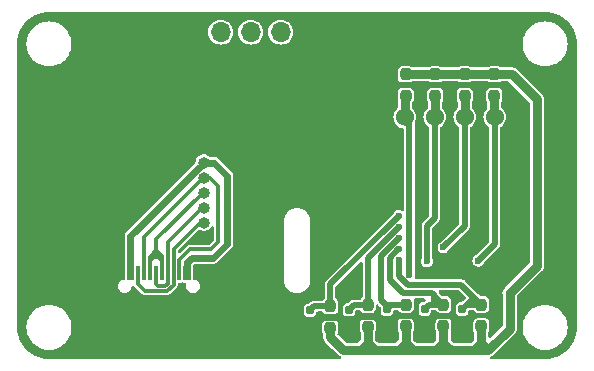
<source format=gbr>
%TF.GenerationSoftware,KiCad,Pcbnew,7.0.5*%
%TF.CreationDate,2023-07-02T21:33:01+09:00*%
%TF.ProjectId,robotrace_v2_Extended_UI,726f626f-7472-4616-9365-5f76325f4578,rev?*%
%TF.SameCoordinates,Original*%
%TF.FileFunction,Copper,L2,Bot*%
%TF.FilePolarity,Positive*%
%FSLAX46Y46*%
G04 Gerber Fmt 4.6, Leading zero omitted, Abs format (unit mm)*
G04 Created by KiCad (PCBNEW 7.0.5) date 2023-07-02 21:33:01*
%MOMM*%
%LPD*%
G01*
G04 APERTURE LIST*
G04 Aperture macros list*
%AMRoundRect*
0 Rectangle with rounded corners*
0 $1 Rounding radius*
0 $2 $3 $4 $5 $6 $7 $8 $9 X,Y pos of 4 corners*
0 Add a 4 corners polygon primitive as box body*
4,1,4,$2,$3,$4,$5,$6,$7,$8,$9,$2,$3,0*
0 Add four circle primitives for the rounded corners*
1,1,$1+$1,$2,$3*
1,1,$1+$1,$4,$5*
1,1,$1+$1,$6,$7*
1,1,$1+$1,$8,$9*
0 Add four rect primitives between the rounded corners*
20,1,$1+$1,$2,$3,$4,$5,0*
20,1,$1+$1,$4,$5,$6,$7,0*
20,1,$1+$1,$6,$7,$8,$9,0*
20,1,$1+$1,$8,$9,$2,$3,0*%
G04 Aperture macros list end*
%TA.AperFunction,ComponentPad*%
%ADD10O,1.700000X1.700000*%
%TD*%
%TA.AperFunction,ComponentPad*%
%ADD11R,1.700000X1.700000*%
%TD*%
%TA.AperFunction,SMDPad,CuDef*%
%ADD12RoundRect,0.237500X0.237500X-0.250000X0.237500X0.250000X-0.237500X0.250000X-0.237500X-0.250000X0*%
%TD*%
%TA.AperFunction,SMDPad,CuDef*%
%ADD13RoundRect,0.237500X-0.237500X0.250000X-0.237500X-0.250000X0.237500X-0.250000X0.237500X0.250000X0*%
%TD*%
%TA.AperFunction,SMDPad,CuDef*%
%ADD14RoundRect,0.155000X-0.155000X0.212500X-0.155000X-0.212500X0.155000X-0.212500X0.155000X0.212500X0*%
%TD*%
%TA.AperFunction,ComponentPad*%
%ADD15O,1.000000X2.100000*%
%TD*%
%TA.AperFunction,ComponentPad*%
%ADD16O,1.000000X1.600000*%
%TD*%
%TA.AperFunction,SMDPad,CuDef*%
%ADD17R,0.300000X1.150000*%
%TD*%
%TA.AperFunction,ComponentPad*%
%ADD18O,1.000000X1.000000*%
%TD*%
%TA.AperFunction,ComponentPad*%
%ADD19R,1.000000X1.000000*%
%TD*%
%TA.AperFunction,ComponentPad*%
%ADD20C,1.524000*%
%TD*%
%TA.AperFunction,ViaPad*%
%ADD21C,0.600000*%
%TD*%
%TA.AperFunction,ViaPad*%
%ADD22C,0.700000*%
%TD*%
%TA.AperFunction,Conductor*%
%ADD23C,0.800000*%
%TD*%
%TA.AperFunction,Conductor*%
%ADD24C,0.500000*%
%TD*%
%TA.AperFunction,Conductor*%
%ADD25C,0.300000*%
%TD*%
%TA.AperFunction,Conductor*%
%ADD26C,0.600000*%
%TD*%
G04 APERTURE END LIST*
D10*
%TO.P,J2,4,Pin_4*%
%TO.N,SDA*%
X148120000Y-93000000D03*
%TO.P,J2,3,Pin_3*%
%TO.N,SCL*%
X145580000Y-93000000D03*
%TO.P,J2,2,Pin_2*%
%TO.N,+5V*%
X143040000Y-93000000D03*
D11*
%TO.P,J2,1,Pin_1*%
%TO.N,GND*%
X140500000Y-93000000D03*
%TD*%
D12*
%TO.P,R1,1*%
%TO.N,+3V3*%
X152300000Y-118023389D03*
%TO.P,R1,2*%
%TO.N,5Dir_IN1*%
X152300000Y-116198389D03*
%TD*%
D13*
%TO.P,R9,1*%
%TO.N,+3V3*%
X158700000Y-96567500D03*
%TO.P,R9,2*%
%TO.N,Rotary_IN1*%
X158700000Y-98392500D03*
%TD*%
D12*
%TO.P,R3,1*%
%TO.N,+3V3*%
X158700000Y-117892500D03*
%TO.P,R3,2*%
%TO.N,5Dir_IN3*%
X158700000Y-116067500D03*
%TD*%
%TO.P,R5,1*%
%TO.N,+3V3*%
X165100000Y-117892500D03*
%TO.P,R5,2*%
%TO.N,5Dir_IN5*%
X165100000Y-116067500D03*
%TD*%
D13*
%TO.P,R8,1*%
%TO.N,+3V3*%
X161200000Y-96567500D03*
%TO.P,R8,2*%
%TO.N,Rotary_IN2*%
X161200000Y-98392500D03*
%TD*%
D14*
%TO.P,C3,1*%
%TO.N,5Dir_IN3*%
X157100000Y-116443389D03*
%TO.P,C3,2*%
%TO.N,GND*%
X157100000Y-117578389D03*
%TD*%
D15*
%TO.P,J3,S1,SHIELD*%
%TO.N,GND*%
X133480000Y-113995000D03*
D16*
X133480000Y-118175000D03*
D15*
X142120000Y-113995000D03*
D16*
X142120000Y-118175000D03*
D17*
%TO.P,J3,B12,GND*%
X140850000Y-113430000D03*
%TO.P,J3,B9,VBUS*%
%TO.N,U5V*%
X140050000Y-113430000D03*
%TO.P,J3,B8,SBU2*%
%TO.N,SWDIO*%
X139550000Y-113430000D03*
%TO.P,J3,B7,D-*%
%TO.N,SWO*%
X138550000Y-113430000D03*
%TO.P,J3,B6,D+*%
%TO.N,SWCLK*%
X137050000Y-113430000D03*
%TO.P,J3,B5,CC2*%
%TO.N,RESET*%
X136050000Y-113430000D03*
%TO.P,J3,B4,VBUS*%
%TO.N,U5V*%
X135550000Y-113430000D03*
%TO.P,J3,B1,GND*%
%TO.N,GND*%
X134750000Y-113430000D03*
%TO.P,J3,A12,GND*%
X134450000Y-113430000D03*
%TO.P,J3,A9,VBUS*%
%TO.N,U5V*%
X135250000Y-113430000D03*
%TO.P,J3,A8,SBU1*%
%TO.N,SWDIO*%
X136550000Y-113430000D03*
%TO.P,J3,A7,D-*%
%TO.N,SWO*%
X137550000Y-113430000D03*
%TO.P,J3,A6,D+*%
%TO.N,SWCLK*%
X138050000Y-113430000D03*
%TO.P,J3,A5,CC1*%
%TO.N,RESET*%
X139050000Y-113430000D03*
%TO.P,J3,A4,VBUS*%
%TO.N,U5V*%
X140350000Y-113430000D03*
%TO.P,J3,A1,GND*%
%TO.N,GND*%
X141150000Y-113430000D03*
%TD*%
D13*
%TO.P,R7,1*%
%TO.N,+3V3*%
X163700000Y-96567500D03*
%TO.P,R7,2*%
%TO.N,Rotary_IN3*%
X163700000Y-98392500D03*
%TD*%
D14*
%TO.P,C2,1*%
%TO.N,5Dir_IN2*%
X153900000Y-116506778D03*
%TO.P,C2,2*%
%TO.N,GND*%
X153900000Y-117641778D03*
%TD*%
D12*
%TO.P,R4,1*%
%TO.N,+3V3*%
X161900000Y-117892500D03*
%TO.P,R4,2*%
%TO.N,5Dir_IN4*%
X161900000Y-116067500D03*
%TD*%
D18*
%TO.P,J4,6,Pin_6*%
%TO.N,U5V*%
X141600000Y-104050000D03*
%TO.P,J4,5,Pin_5*%
%TO.N,SWDIO*%
X141600000Y-105320000D03*
%TO.P,J4,4,Pin_4*%
%TO.N,SWCLK*%
X141600000Y-106590000D03*
%TO.P,J4,3,Pin_3*%
%TO.N,SWO*%
X141600000Y-107860000D03*
%TO.P,J4,2,Pin_2*%
%TO.N,RESET*%
X141600000Y-109130000D03*
D19*
%TO.P,J4,1,Pin_1*%
%TO.N,GND*%
X141600000Y-110400000D03*
%TD*%
D14*
%TO.P,C1,1*%
%TO.N,5Dir_IN1*%
X150600000Y-116543389D03*
%TO.P,C1,2*%
%TO.N,GND*%
X150600000Y-117678389D03*
%TD*%
D12*
%TO.P,R2,1*%
%TO.N,+3V3*%
X155500000Y-117923389D03*
%TO.P,R2,2*%
%TO.N,5Dir_IN2*%
X155500000Y-116098389D03*
%TD*%
D14*
%TO.P,C5,1*%
%TO.N,5Dir_IN5*%
X163500000Y-116443389D03*
%TO.P,C5,2*%
%TO.N,GND*%
X163500000Y-117578389D03*
%TD*%
D13*
%TO.P,R6,1*%
%TO.N,+3V3*%
X166200000Y-96567500D03*
%TO.P,R6,2*%
%TO.N,Rotary_IN4*%
X166200000Y-98392500D03*
%TD*%
D14*
%TO.P,C4,1*%
%TO.N,5Dir_IN4*%
X160300000Y-116443389D03*
%TO.P,C4,2*%
%TO.N,GND*%
X160300000Y-117578389D03*
%TD*%
D20*
%TO.P,SW2,1,1*%
%TO.N,Rotary_IN4*%
X166240000Y-100192500D03*
%TO.P,SW2,2,2*%
%TO.N,Rotary_IN3*%
X163700000Y-100192500D03*
%TO.P,SW2,4,4*%
%TO.N,Rotary_IN2*%
X161160000Y-100192500D03*
%TO.P,SW2,8,8*%
%TO.N,Rotary_IN1*%
X158620000Y-100192500D03*
%TO.P,SW2,C,C*%
%TO.N,GND*%
X163700000Y-92572500D03*
%TD*%
D21*
%TO.N,Rotary_IN1*%
X159000000Y-113592500D03*
%TO.N,5Dir_IN5*%
X158100000Y-112300000D03*
%TO.N,5Dir_IN1*%
X158100000Y-108550000D03*
%TO.N,5Dir_IN2*%
X158100000Y-109500000D03*
%TO.N,Rotary_IN3*%
X161900000Y-111200000D03*
%TO.N,Rotary_IN2*%
X160500000Y-112400000D03*
D22*
%TO.N,+3V3*%
X167500000Y-115100000D03*
D21*
%TO.N,5Dir_IN3*%
X158100000Y-110450000D03*
%TO.N,5Dir_IN4*%
X158100000Y-111400000D03*
%TO.N,Rotary_IN4*%
X164846250Y-112346250D03*
%TD*%
D23*
%TO.N,+3V3*%
X169800000Y-98700000D02*
X167667500Y-96567500D01*
X169800000Y-112800000D02*
X169800000Y-98700000D01*
X167667500Y-96567500D02*
X166200000Y-96567500D01*
X167500000Y-115100000D02*
X169800000Y-112800000D01*
D24*
%TO.N,Rotary_IN3*%
X161900000Y-111200000D02*
X163700000Y-109400000D01*
X163700000Y-109400000D02*
X163700000Y-100192500D01*
%TO.N,Rotary_IN4*%
X166240000Y-110952500D02*
X166240000Y-100192500D01*
X164846250Y-112346250D02*
X166240000Y-110952500D01*
%TO.N,Rotary_IN2*%
X161160000Y-108732500D02*
X161160000Y-100192500D01*
X160500000Y-109392500D02*
X161160000Y-108732500D01*
X160500000Y-112400000D02*
X160500000Y-109392500D01*
D23*
%TO.N,+3V3*%
X167500000Y-118092500D02*
X165700000Y-119892500D01*
X167500000Y-115100000D02*
X167500000Y-118092500D01*
D24*
%TO.N,Rotary_IN1*%
X159000000Y-113592500D02*
X159000000Y-100572500D01*
X159000000Y-100572500D02*
X158620000Y-100192500D01*
%TO.N,5Dir_IN1*%
X158100000Y-108550000D02*
X152300000Y-114350000D01*
X152300000Y-114350000D02*
X152300000Y-116198389D01*
D25*
%TO.N,GND*%
X140500000Y-94700000D02*
X140500000Y-93000000D01*
X133480000Y-101720000D02*
X140500000Y-94700000D01*
X133480000Y-113995000D02*
X133480000Y-101720000D01*
D24*
%TO.N,5Dir_IN4*%
X158492500Y-115092500D02*
X160925000Y-115092500D01*
X161100000Y-115267500D02*
X161100000Y-116067500D01*
%TO.N,5Dir_IN3*%
X157017500Y-116067500D02*
X158700000Y-116067500D01*
X156600000Y-115650000D02*
X157017500Y-116067500D01*
X156600000Y-111950000D02*
X156600000Y-115650000D01*
X158100000Y-110450000D02*
X156600000Y-111950000D01*
%TO.N,5Dir_IN4*%
X157350000Y-113950000D02*
X158492500Y-115092500D01*
X158075104Y-111400000D02*
X157350000Y-112125104D01*
X158100000Y-111400000D02*
X158075104Y-111400000D01*
X157350000Y-112125104D02*
X157350000Y-113950000D01*
%TO.N,5Dir_IN2*%
X155500000Y-112100000D02*
X155500000Y-116098389D01*
X158100000Y-109500000D02*
X155500000Y-112100000D01*
X154308389Y-116098389D02*
X153900000Y-116506778D01*
X155500000Y-116098389D02*
X154308389Y-116098389D01*
%TO.N,5Dir_IN5*%
X163425000Y-114392500D02*
X164512500Y-115480000D01*
X158875104Y-114392500D02*
X163425000Y-114392500D01*
X158100000Y-113617396D02*
X158875104Y-114392500D01*
X158100000Y-112300000D02*
X158100000Y-113617396D01*
D25*
%TO.N,GND*%
X150103389Y-118175000D02*
X150600000Y-117678389D01*
X142120000Y-118175000D02*
X150103389Y-118175000D01*
X142120000Y-118175000D02*
X133480000Y-118175000D01*
%TO.N,SWDIO*%
X142800000Y-106000000D02*
X142120000Y-105320000D01*
X142200000Y-111400000D02*
X142800000Y-110800000D01*
X142120000Y-105320000D02*
X141600000Y-105320000D01*
X140400000Y-111400000D02*
X142200000Y-111400000D01*
X139550000Y-112250000D02*
X140400000Y-111400000D01*
X142800000Y-110800000D02*
X142800000Y-106000000D01*
X139550000Y-113430000D02*
X139550000Y-112250000D01*
D26*
%TO.N,U5V*%
X140600000Y-112100000D02*
X140200000Y-112500000D01*
X142400000Y-112100000D02*
X140600000Y-112100000D01*
X143600000Y-110900000D02*
X142400000Y-112100000D01*
X142450000Y-104050000D02*
X143600000Y-105200000D01*
X141600000Y-104050000D02*
X142450000Y-104050000D01*
X143600000Y-105200000D02*
X143600000Y-110900000D01*
X141597207Y-104050000D02*
X135400000Y-110247207D01*
X141600000Y-104050000D02*
X141597207Y-104050000D01*
X135400000Y-110247207D02*
X135400000Y-112700000D01*
D25*
%TO.N,RESET*%
X139050000Y-111350000D02*
X139050000Y-113430000D01*
X141270000Y-109130000D02*
X139050000Y-111350000D01*
X141600000Y-109130000D02*
X141270000Y-109130000D01*
%TO.N,SWO*%
X141440000Y-107860000D02*
X138550000Y-110750000D01*
%TO.N,SWCLK*%
X141510000Y-106590000D02*
X137575000Y-110525000D01*
X141600000Y-106590000D02*
X141510000Y-106590000D01*
%TO.N,SWDIO*%
X136550000Y-110350000D02*
X136550000Y-113430000D01*
%TO.N,SWO*%
X138550000Y-110750000D02*
X138550000Y-113430000D01*
%TO.N,SWDIO*%
X141580000Y-105320000D02*
X136550000Y-110350000D01*
X141600000Y-105320000D02*
X141580000Y-105320000D01*
%TO.N,SWCLK*%
X137575000Y-110525000D02*
X137575000Y-111475000D01*
%TO.N,SWO*%
X141600000Y-107860000D02*
X141440000Y-107860000D01*
%TO.N,U5V*%
X140350000Y-113430000D02*
X140350000Y-112650000D01*
X140350000Y-112650000D02*
X140200000Y-112500000D01*
D23*
%TO.N,Rotary_IN3*%
X163700000Y-98392500D02*
X163700000Y-100192500D01*
%TO.N,Rotary_IN2*%
X161200000Y-98392500D02*
X161200000Y-100152500D01*
%TO.N,Rotary_IN4*%
X166200000Y-98392500D02*
X166200000Y-100152500D01*
X166200000Y-100152500D02*
X166240000Y-100192500D01*
D24*
%TO.N,5Dir_IN4*%
X161900000Y-116067500D02*
X160925000Y-115092500D01*
X161100000Y-116067500D02*
X160675889Y-116067500D01*
D23*
%TO.N,Rotary_IN2*%
X161200000Y-100152500D02*
X161160000Y-100192500D01*
D24*
%TO.N,5Dir_IN3*%
X158700000Y-116067500D02*
X157475889Y-116067500D01*
%TO.N,5Dir_IN5*%
X163875889Y-116067500D02*
X163925000Y-116067500D01*
%TO.N,5Dir_IN4*%
X160925000Y-115092500D02*
X161100000Y-115267500D01*
%TO.N,5Dir_IN5*%
X165100000Y-116067500D02*
X163875889Y-116067500D01*
X163925000Y-116067500D02*
X164512500Y-115480000D01*
%TO.N,5Dir_IN3*%
X157475889Y-116067500D02*
X157100000Y-116443389D01*
D23*
%TO.N,Rotary_IN1*%
X158620000Y-98472500D02*
X158620000Y-100192500D01*
D24*
%TO.N,5Dir_IN4*%
X161900000Y-116067500D02*
X161100000Y-116067500D01*
X160675889Y-116067500D02*
X160300000Y-116443389D01*
%TO.N,5Dir_IN5*%
X163875889Y-116067500D02*
X163500000Y-116443389D01*
X165100000Y-116067500D02*
X164512500Y-115480000D01*
D23*
%TO.N,Rotary_IN1*%
X158700000Y-98392500D02*
X158620000Y-98472500D01*
D24*
%TO.N,5Dir_IN1*%
X150945000Y-116198389D02*
X150600000Y-116543389D01*
D25*
%TO.N,SWCLK*%
X138000000Y-112000000D02*
X137800000Y-112000000D01*
%TO.N,SWO*%
X137745000Y-114500000D02*
X138355000Y-114500000D01*
X137550000Y-114305000D02*
X137745000Y-114500000D01*
%TO.N,SWCLK*%
X138050000Y-111950000D02*
X138050000Y-112500000D01*
X138050000Y-112500000D02*
X138050000Y-113430000D01*
%TO.N,RESET*%
X138520685Y-114900000D02*
X136600000Y-114900000D01*
%TO.N,SWCLK*%
X138050000Y-111950000D02*
X138000000Y-112000000D01*
%TO.N,SWO*%
X138550000Y-114305000D02*
X138550000Y-113430000D01*
%TO.N,SWCLK*%
X137575000Y-111475000D02*
X137800000Y-111700000D01*
X137400000Y-112000000D02*
X137050000Y-112000000D01*
X137050000Y-112000000D02*
X137275000Y-111775000D01*
X137800000Y-111700000D02*
X138050000Y-111950000D01*
X137800000Y-112000000D02*
X137400000Y-112000000D01*
X137275000Y-111775000D02*
X137575000Y-111475000D01*
%TO.N,RESET*%
X136600000Y-114900000D02*
X136050000Y-114350000D01*
X139050000Y-113430000D02*
X139050000Y-114370686D01*
X139050000Y-114370686D02*
X138520685Y-114900000D01*
%TO.N,SWCLK*%
X137050000Y-113430000D02*
X137050000Y-112500000D01*
X137050000Y-112350000D02*
X137400000Y-112000000D01*
%TO.N,SWO*%
X138355000Y-114500000D02*
X138550000Y-114305000D01*
%TO.N,SWCLK*%
X137050000Y-112500000D02*
X137050000Y-112000000D01*
X138050000Y-112350000D02*
X137700000Y-112000000D01*
X137350000Y-111700000D02*
X137800000Y-111700000D01*
X137275000Y-111775000D02*
X137350000Y-111700000D01*
%TO.N,SWO*%
X137550000Y-113430000D02*
X137550000Y-114305000D01*
%TO.N,SWCLK*%
X137050000Y-112500000D02*
X137050000Y-112350000D01*
%TO.N,RESET*%
X136050000Y-114350000D02*
X136050000Y-113430000D01*
%TO.N,SWCLK*%
X138050000Y-112500000D02*
X138050000Y-112350000D01*
D24*
%TO.N,5Dir_IN1*%
X152300000Y-116198389D02*
X150945000Y-116198389D01*
D23*
%TO.N,+3V3*%
X158700000Y-96567500D02*
X166200000Y-96567500D01*
X155500000Y-117923389D02*
X155500000Y-119292500D01*
X156100000Y-119892500D02*
X155500000Y-119892500D01*
X165100000Y-119892500D02*
X164500000Y-119892500D01*
X165700000Y-119892500D02*
X165100000Y-119892500D01*
X164500000Y-119892500D02*
X162500000Y-119892500D01*
X162500000Y-119892500D02*
X161900000Y-119892500D01*
X161300000Y-119892500D02*
X159300000Y-119892500D01*
X153400000Y-119892500D02*
X152300000Y-118792500D01*
X161900000Y-119292500D02*
X162500000Y-119892500D01*
X159300000Y-119892500D02*
X158700000Y-119892500D01*
X155500000Y-119292500D02*
X155500000Y-119892500D01*
X152300000Y-118792500D02*
X152300000Y-118023389D01*
X161900000Y-119292500D02*
X161300000Y-119892500D01*
X158100000Y-119892500D02*
X156100000Y-119892500D01*
X158700000Y-119292500D02*
X158100000Y-119892500D01*
X158700000Y-119892500D02*
X158100000Y-119892500D01*
X158700000Y-119292500D02*
X158700000Y-119892500D01*
X165100000Y-117892500D02*
X165100000Y-119292500D01*
X165100000Y-119292500D02*
X165100000Y-119892500D01*
X165100000Y-119292500D02*
X165700000Y-119892500D01*
X161900000Y-117892500D02*
X161900000Y-119292500D01*
X155500000Y-119892500D02*
X154900000Y-119892500D01*
X154900000Y-119892500D02*
X153400000Y-119892500D01*
X161900000Y-119892500D02*
X161300000Y-119892500D01*
X155500000Y-119292500D02*
X154900000Y-119892500D01*
X161900000Y-119292500D02*
X161900000Y-119892500D01*
X158700000Y-119292500D02*
X159300000Y-119892500D01*
X155500000Y-119292500D02*
X156100000Y-119892500D01*
X158700000Y-117892500D02*
X158700000Y-119292500D01*
X165100000Y-119292500D02*
X164500000Y-119892500D01*
D25*
%TO.N,GND*%
X160723389Y-117155000D02*
X163076611Y-117155000D01*
X153900000Y-117641778D02*
X154355889Y-117185889D01*
X160300000Y-117578389D02*
X160723389Y-117155000D01*
X150992500Y-117285889D02*
X153544111Y-117285889D01*
X156707500Y-117185889D02*
X157100000Y-117578389D01*
X157523389Y-117155000D02*
X159876611Y-117155000D01*
X163076611Y-117155000D02*
X163500000Y-117578389D01*
X150600000Y-117678389D02*
X150992500Y-117285889D01*
X153544111Y-117285889D02*
X153900000Y-117641778D01*
D24*
X133480000Y-113995000D02*
X133885000Y-113995000D01*
X142120000Y-113995000D02*
X141715000Y-113995000D01*
X133885000Y-113995000D02*
X134450000Y-113430000D01*
D25*
X154355889Y-117185889D02*
X156707500Y-117185889D01*
D24*
X133480000Y-118175000D02*
X133480000Y-113995000D01*
D25*
X159876611Y-117155000D02*
X160300000Y-117578389D01*
D24*
X142120000Y-118175000D02*
X142120000Y-113995000D01*
D25*
X157100000Y-117578389D02*
X157523389Y-117155000D01*
D24*
X141715000Y-113995000D02*
X141150000Y-113430000D01*
%TD*%
%TA.AperFunction,Conductor*%
%TO.N,U5V*%
G36*
X140443039Y-112519685D02*
G01*
X140488794Y-112572489D01*
X140500000Y-112624000D01*
X140500000Y-112827128D01*
X140499701Y-112833208D01*
X140499500Y-112835249D01*
X140499500Y-113863807D01*
X140479815Y-113930846D01*
X140427011Y-113976601D01*
X140422953Y-113978368D01*
X140393517Y-113990561D01*
X140346064Y-114000000D01*
X140024500Y-114000000D01*
X139957461Y-113980315D01*
X139911706Y-113927511D01*
X139900500Y-113876000D01*
X139900500Y-112624000D01*
X139920185Y-112556961D01*
X139972989Y-112511206D01*
X140024500Y-112500000D01*
X140376000Y-112500000D01*
X140443039Y-112519685D01*
G37*
%TD.AperFunction*%
%TD*%
%TA.AperFunction,Conductor*%
%TO.N,GND*%
G36*
X142409746Y-109439364D02*
G01*
X142445564Y-109499355D01*
X142449500Y-109530351D01*
X142449500Y-110603455D01*
X142429815Y-110670494D01*
X142413181Y-110691136D01*
X142091137Y-111013181D01*
X142029814Y-111046666D01*
X142003456Y-111049500D01*
X140449212Y-111049500D01*
X140423766Y-111046861D01*
X140422836Y-111046666D01*
X140414686Y-111044957D01*
X140414685Y-111044957D01*
X140414683Y-111044957D01*
X140382062Y-111049023D01*
X140374386Y-111049500D01*
X140370960Y-111049500D01*
X140350733Y-111052875D01*
X140348200Y-111053244D01*
X140298611Y-111059425D01*
X140291547Y-111061528D01*
X140284619Y-111063907D01*
X140240679Y-111087685D01*
X140238403Y-111088856D01*
X140193516Y-111110801D01*
X140187564Y-111115049D01*
X140181739Y-111119583D01*
X140147913Y-111156329D01*
X140146139Y-111158177D01*
X139612181Y-111692136D01*
X139550858Y-111725621D01*
X139481167Y-111720637D01*
X139425233Y-111678766D01*
X139400816Y-111613301D01*
X139400500Y-111604455D01*
X139400500Y-111546542D01*
X139420185Y-111479503D01*
X139436814Y-111458866D01*
X141125319Y-109770361D01*
X141186640Y-109736878D01*
X141256332Y-109741862D01*
X141270619Y-109748245D01*
X141349775Y-109789790D01*
X141514944Y-109830500D01*
X141685056Y-109830500D01*
X141850225Y-109789790D01*
X141947185Y-109738901D01*
X142000849Y-109710736D01*
X142000850Y-109710734D01*
X142000852Y-109710734D01*
X142128183Y-109597929D01*
X142223451Y-109459909D01*
X142277733Y-109415921D01*
X142347181Y-109408261D01*
X142409746Y-109439364D01*
G37*
%TD.AperFunction*%
%TA.AperFunction,Conductor*%
G36*
X170531407Y-91293098D02*
G01*
X170662979Y-91300486D01*
X170798965Y-91308123D01*
X170805858Y-91308899D01*
X171097633Y-91358474D01*
X171104408Y-91360021D01*
X171388798Y-91441951D01*
X171395359Y-91444248D01*
X171453962Y-91468522D01*
X171668782Y-91557504D01*
X171675032Y-91560514D01*
X171934071Y-91703679D01*
X171939933Y-91707362D01*
X172181315Y-91878632D01*
X172186737Y-91882956D01*
X172255512Y-91944417D01*
X172407414Y-92080165D01*
X172412334Y-92085085D01*
X172609540Y-92305758D01*
X172613869Y-92311187D01*
X172785134Y-92552562D01*
X172788823Y-92558433D01*
X172926802Y-92808088D01*
X172931981Y-92817459D01*
X172935000Y-92823728D01*
X173048251Y-93097140D01*
X173050550Y-93103708D01*
X173132477Y-93388086D01*
X173134025Y-93394869D01*
X173183598Y-93686629D01*
X173184377Y-93693544D01*
X173199402Y-93961097D01*
X173199500Y-93964574D01*
X173199500Y-117990758D01*
X173199402Y-117994235D01*
X173182721Y-118291270D01*
X173181942Y-118298184D01*
X173132401Y-118589757D01*
X173130853Y-118596541D01*
X173048976Y-118880742D01*
X173046677Y-118887309D01*
X172933499Y-119160548D01*
X172930480Y-119166817D01*
X172787417Y-119425670D01*
X172783715Y-119431562D01*
X172612570Y-119672768D01*
X172608232Y-119678208D01*
X172411156Y-119898736D01*
X172406236Y-119903656D01*
X172185708Y-120100732D01*
X172180268Y-120105070D01*
X171939062Y-120276215D01*
X171933170Y-120279917D01*
X171674317Y-120422980D01*
X171668048Y-120425999D01*
X171394809Y-120539177D01*
X171388242Y-120541476D01*
X171104041Y-120623353D01*
X171097257Y-120624901D01*
X170805684Y-120674442D01*
X170798770Y-120675221D01*
X170501735Y-120691902D01*
X170498258Y-120692000D01*
X165962409Y-120692000D01*
X165895370Y-120672315D01*
X165849615Y-120619511D01*
X165839671Y-120550353D01*
X165868696Y-120486797D01*
X165914957Y-120453439D01*
X166040362Y-120401494D01*
X166064013Y-120370096D01*
X166128282Y-120320782D01*
X166149983Y-120292499D01*
X166155311Y-120286422D01*
X167893922Y-118547811D01*
X167899999Y-118542483D01*
X167928282Y-118520782D01*
X168024536Y-118395341D01*
X168085044Y-118249262D01*
X168100500Y-118131861D01*
X168105682Y-118092500D01*
X168101030Y-118057169D01*
X168100500Y-118049071D01*
X168100500Y-117992501D01*
X168594645Y-117992501D01*
X168614039Y-118263660D01*
X168614040Y-118263667D01*
X168662472Y-118486305D01*
X168671825Y-118529301D01*
X168713953Y-118642250D01*
X168766830Y-118784019D01*
X168897109Y-119022607D01*
X168897110Y-119022608D01*
X168897113Y-119022613D01*
X169060029Y-119240242D01*
X169060033Y-119240246D01*
X169060038Y-119240252D01*
X169252247Y-119432461D01*
X169252253Y-119432466D01*
X169252258Y-119432471D01*
X169469887Y-119595387D01*
X169469891Y-119595389D01*
X169469892Y-119595390D01*
X169708481Y-119725669D01*
X169708480Y-119725669D01*
X169708484Y-119725670D01*
X169708487Y-119725672D01*
X169963199Y-119820675D01*
X170228840Y-119878461D01*
X170480604Y-119896467D01*
X170499999Y-119897855D01*
X170500000Y-119897855D01*
X170500001Y-119897855D01*
X170518100Y-119896560D01*
X170771160Y-119878461D01*
X171036801Y-119820675D01*
X171291513Y-119725672D01*
X171291517Y-119725669D01*
X171291519Y-119725669D01*
X171410813Y-119660529D01*
X171530113Y-119595387D01*
X171747742Y-119432471D01*
X171939971Y-119240242D01*
X172102887Y-119022613D01*
X172207470Y-118831083D01*
X172233169Y-118784019D01*
X172233169Y-118784017D01*
X172233172Y-118784013D01*
X172328175Y-118529301D01*
X172385961Y-118263660D01*
X172405355Y-117992500D01*
X172405230Y-117990758D01*
X172401951Y-117944902D01*
X172385961Y-117721340D01*
X172328175Y-117455699D01*
X172233172Y-117200987D01*
X172233170Y-117200984D01*
X172233169Y-117200980D01*
X172102890Y-116962392D01*
X172102889Y-116962391D01*
X172102887Y-116962387D01*
X171939971Y-116744758D01*
X171939966Y-116744753D01*
X171939961Y-116744747D01*
X171747752Y-116552538D01*
X171747746Y-116552533D01*
X171747742Y-116552529D01*
X171530113Y-116389613D01*
X171530108Y-116389610D01*
X171530107Y-116389609D01*
X171291518Y-116259330D01*
X171291519Y-116259330D01*
X171207643Y-116228046D01*
X171036801Y-116164325D01*
X171036794Y-116164323D01*
X171036793Y-116164323D01*
X170771167Y-116106540D01*
X170771160Y-116106539D01*
X170500001Y-116087145D01*
X170499999Y-116087145D01*
X170228839Y-116106539D01*
X170228832Y-116106540D01*
X169963206Y-116164323D01*
X169963202Y-116164324D01*
X169963199Y-116164325D01*
X169875187Y-116197152D01*
X169708480Y-116259330D01*
X169469892Y-116389609D01*
X169469891Y-116389610D01*
X169252259Y-116552528D01*
X169252247Y-116552538D01*
X169060038Y-116744747D01*
X169060028Y-116744759D01*
X168897110Y-116962391D01*
X168897109Y-116962392D01*
X168766830Y-117200980D01*
X168748217Y-117250884D01*
X168671825Y-117455699D01*
X168671824Y-117455702D01*
X168671823Y-117455706D01*
X168614040Y-117721332D01*
X168614039Y-117721339D01*
X168594645Y-117992498D01*
X168594645Y-117992501D01*
X168100500Y-117992501D01*
X168100500Y-115400096D01*
X168120185Y-115333057D01*
X168136814Y-115312420D01*
X170193923Y-113255310D01*
X170199998Y-113249984D01*
X170228282Y-113228282D01*
X170324536Y-113102841D01*
X170385044Y-112956762D01*
X170400500Y-112839361D01*
X170405682Y-112800000D01*
X170401030Y-112764669D01*
X170400500Y-112756571D01*
X170400500Y-98743427D01*
X170401031Y-98735326D01*
X170402411Y-98724849D01*
X170405682Y-98700000D01*
X170405057Y-98695256D01*
X170385044Y-98543239D01*
X170385042Y-98543234D01*
X170324538Y-98397163D01*
X170324535Y-98397158D01*
X170319880Y-98391092D01*
X170290758Y-98353139D01*
X170228282Y-98271718D01*
X170200005Y-98250020D01*
X170193904Y-98244669D01*
X169201960Y-97252725D01*
X168122820Y-96173585D01*
X168117480Y-96167495D01*
X168095782Y-96139218D01*
X167970341Y-96042964D01*
X167876971Y-96004289D01*
X167824262Y-95982456D01*
X167824260Y-95982455D01*
X167706861Y-95967000D01*
X167667500Y-95961818D01*
X167632170Y-95966469D01*
X167624072Y-95967000D01*
X166740989Y-95967000D01*
X166673950Y-95947315D01*
X166667356Y-95942771D01*
X166644474Y-95925883D01*
X166519848Y-95882274D01*
X166519849Y-95882274D01*
X166490260Y-95879500D01*
X166490256Y-95879500D01*
X165909744Y-95879500D01*
X165909740Y-95879500D01*
X165880150Y-95882274D01*
X165755525Y-95925883D01*
X165732644Y-95942771D01*
X165667015Y-95966741D01*
X165659011Y-95967000D01*
X164240989Y-95967000D01*
X164173950Y-95947315D01*
X164167356Y-95942771D01*
X164144474Y-95925883D01*
X164019848Y-95882274D01*
X164019849Y-95882274D01*
X163990260Y-95879500D01*
X163990256Y-95879500D01*
X163409744Y-95879500D01*
X163409740Y-95879500D01*
X163380150Y-95882274D01*
X163255525Y-95925883D01*
X163232644Y-95942771D01*
X163167015Y-95966741D01*
X163159011Y-95967000D01*
X161740989Y-95967000D01*
X161673950Y-95947315D01*
X161667356Y-95942771D01*
X161644474Y-95925883D01*
X161519848Y-95882274D01*
X161519849Y-95882274D01*
X161490260Y-95879500D01*
X161490256Y-95879500D01*
X160909744Y-95879500D01*
X160909740Y-95879500D01*
X160880150Y-95882274D01*
X160755525Y-95925883D01*
X160732644Y-95942771D01*
X160667015Y-95966741D01*
X160659011Y-95967000D01*
X159240989Y-95967000D01*
X159173950Y-95947315D01*
X159167356Y-95942771D01*
X159144474Y-95925883D01*
X159019848Y-95882274D01*
X159019849Y-95882274D01*
X158990260Y-95879500D01*
X158990256Y-95879500D01*
X158409744Y-95879500D01*
X158409740Y-95879500D01*
X158380150Y-95882274D01*
X158255523Y-95925884D01*
X158149289Y-96004288D01*
X158149288Y-96004289D01*
X158070884Y-96110523D01*
X158027274Y-96235150D01*
X158024500Y-96264739D01*
X158024500Y-96870260D01*
X158027274Y-96899849D01*
X158070884Y-97024476D01*
X158149288Y-97130710D01*
X158149289Y-97130711D01*
X158255523Y-97209115D01*
X158255524Y-97209115D01*
X158255525Y-97209116D01*
X158380151Y-97252725D01*
X158380150Y-97252725D01*
X158409740Y-97255500D01*
X158409744Y-97255500D01*
X158990260Y-97255500D01*
X159019849Y-97252725D01*
X159019848Y-97252724D01*
X159144475Y-97209116D01*
X159167356Y-97192228D01*
X159232985Y-97168259D01*
X159240989Y-97168000D01*
X160659011Y-97168000D01*
X160726050Y-97187685D01*
X160732644Y-97192229D01*
X160755525Y-97209116D01*
X160880151Y-97252725D01*
X160880150Y-97252725D01*
X160909740Y-97255500D01*
X160909744Y-97255500D01*
X161490260Y-97255500D01*
X161519849Y-97252725D01*
X161644475Y-97209116D01*
X161667356Y-97192228D01*
X161732985Y-97168259D01*
X161740989Y-97168000D01*
X163159011Y-97168000D01*
X163226050Y-97187685D01*
X163232644Y-97192229D01*
X163255525Y-97209116D01*
X163380151Y-97252725D01*
X163380150Y-97252725D01*
X163409740Y-97255500D01*
X163409744Y-97255500D01*
X163990260Y-97255500D01*
X164019849Y-97252725D01*
X164144475Y-97209116D01*
X164167356Y-97192228D01*
X164232985Y-97168259D01*
X164240989Y-97168000D01*
X165659011Y-97168000D01*
X165726050Y-97187685D01*
X165732644Y-97192229D01*
X165755525Y-97209116D01*
X165880151Y-97252725D01*
X165880150Y-97252725D01*
X165909740Y-97255500D01*
X165909744Y-97255500D01*
X166490260Y-97255500D01*
X166519849Y-97252725D01*
X166519848Y-97252724D01*
X166644475Y-97209116D01*
X166667356Y-97192228D01*
X166732985Y-97168259D01*
X166740989Y-97168000D01*
X167367403Y-97168000D01*
X167434442Y-97187685D01*
X167455084Y-97204319D01*
X169163181Y-98912416D01*
X169196666Y-98973739D01*
X169199500Y-99000097D01*
X169199500Y-112499902D01*
X169179815Y-112566941D01*
X169163181Y-112587583D01*
X167106096Y-114644668D01*
X167099994Y-114650019D01*
X167071720Y-114671715D01*
X167071717Y-114671718D01*
X167071718Y-114671718D01*
X167006080Y-114757259D01*
X167006079Y-114757259D01*
X166975464Y-114797157D01*
X166914956Y-114943237D01*
X166914955Y-114943239D01*
X166894318Y-115099998D01*
X166894318Y-115100000D01*
X166898969Y-115135326D01*
X166899500Y-115143427D01*
X166899500Y-117792402D01*
X166879815Y-117859441D01*
X166863181Y-117880083D01*
X165912180Y-118831083D01*
X165850857Y-118864568D01*
X165781165Y-118859584D01*
X165725232Y-118817712D01*
X165700815Y-118752248D01*
X165700499Y-118743417D01*
X165700499Y-118429051D01*
X165720184Y-118362013D01*
X165724733Y-118355413D01*
X165729116Y-118349475D01*
X165759142Y-118263667D01*
X165772725Y-118224851D01*
X165772725Y-118224849D01*
X165775500Y-118195260D01*
X165775500Y-117589739D01*
X165772725Y-117560150D01*
X165739924Y-117466412D01*
X165729116Y-117435525D01*
X165650711Y-117329289D01*
X165586329Y-117281773D01*
X165544476Y-117250884D01*
X165419848Y-117207274D01*
X165419849Y-117207274D01*
X165390260Y-117204500D01*
X165390256Y-117204500D01*
X164809744Y-117204500D01*
X164809740Y-117204500D01*
X164780150Y-117207274D01*
X164655523Y-117250884D01*
X164549289Y-117329288D01*
X164549288Y-117329289D01*
X164470884Y-117435523D01*
X164427274Y-117560150D01*
X164424500Y-117589739D01*
X164424500Y-118195260D01*
X164427274Y-118224849D01*
X164440858Y-118263667D01*
X164470884Y-118349475D01*
X164475269Y-118355416D01*
X164499241Y-118421044D01*
X164499500Y-118429051D01*
X164499500Y-118992403D01*
X164479815Y-119059442D01*
X164463181Y-119080084D01*
X164287584Y-119255681D01*
X164226261Y-119289166D01*
X164199903Y-119292000D01*
X162800097Y-119292000D01*
X162733058Y-119272315D01*
X162712416Y-119255681D01*
X162536819Y-119080083D01*
X162503334Y-119018760D01*
X162500500Y-118992402D01*
X162500500Y-118429051D01*
X162520185Y-118362012D01*
X162524731Y-118355416D01*
X162529116Y-118349475D01*
X162572725Y-118224849D01*
X162575500Y-118195256D01*
X162575500Y-117589744D01*
X162572725Y-117560151D01*
X162529116Y-117435525D01*
X162450711Y-117329289D01*
X162386329Y-117281773D01*
X162344476Y-117250884D01*
X162219848Y-117207274D01*
X162219849Y-117207274D01*
X162190260Y-117204500D01*
X162190256Y-117204500D01*
X161609744Y-117204500D01*
X161609740Y-117204500D01*
X161580150Y-117207274D01*
X161455523Y-117250884D01*
X161349289Y-117329288D01*
X161349288Y-117329289D01*
X161270884Y-117435523D01*
X161227274Y-117560150D01*
X161224500Y-117589739D01*
X161224500Y-118195260D01*
X161227274Y-118224849D01*
X161270884Y-118349475D01*
X161275272Y-118355421D01*
X161299241Y-118421050D01*
X161299499Y-118429051D01*
X161299499Y-118992403D01*
X161279814Y-119059442D01*
X161263180Y-119080084D01*
X161087584Y-119255681D01*
X161026261Y-119289166D01*
X160999903Y-119292000D01*
X159600097Y-119292000D01*
X159533058Y-119272315D01*
X159512416Y-119255681D01*
X159336818Y-119080083D01*
X159303333Y-119018760D01*
X159300499Y-118992410D01*
X159300499Y-118429051D01*
X159320184Y-118362013D01*
X159324733Y-118355413D01*
X159329116Y-118349475D01*
X159359142Y-118263667D01*
X159372725Y-118224851D01*
X159372725Y-118224849D01*
X159375500Y-118195260D01*
X159375500Y-117589739D01*
X159372725Y-117560150D01*
X159339924Y-117466412D01*
X159329116Y-117435525D01*
X159250711Y-117329289D01*
X159186329Y-117281773D01*
X159144476Y-117250884D01*
X159019848Y-117207274D01*
X159019849Y-117207274D01*
X158990260Y-117204500D01*
X158990256Y-117204500D01*
X158409744Y-117204500D01*
X158409740Y-117204500D01*
X158380150Y-117207274D01*
X158255523Y-117250884D01*
X158149289Y-117329288D01*
X158149288Y-117329289D01*
X158070884Y-117435523D01*
X158027274Y-117560150D01*
X158024500Y-117589739D01*
X158024500Y-118195260D01*
X158027274Y-118224849D01*
X158040858Y-118263667D01*
X158070884Y-118349475D01*
X158075269Y-118355416D01*
X158099241Y-118421044D01*
X158099500Y-118429051D01*
X158099500Y-118992402D01*
X158079815Y-119059441D01*
X158063181Y-119080083D01*
X157887584Y-119255681D01*
X157826261Y-119289166D01*
X157799903Y-119292000D01*
X156400097Y-119292000D01*
X156333058Y-119272315D01*
X156312416Y-119255681D01*
X156136819Y-119080084D01*
X156103334Y-119018761D01*
X156100500Y-118992403D01*
X156100500Y-118459940D01*
X156120185Y-118392901D01*
X156124731Y-118386305D01*
X156129116Y-118380364D01*
X156172725Y-118255738D01*
X156173332Y-118249262D01*
X156175500Y-118226149D01*
X156175500Y-117620628D01*
X156172725Y-117591039D01*
X156129115Y-117466412D01*
X156050711Y-117360178D01*
X156050710Y-117360177D01*
X155944476Y-117281773D01*
X155819848Y-117238163D01*
X155819849Y-117238163D01*
X155790260Y-117235389D01*
X155790256Y-117235389D01*
X155209744Y-117235389D01*
X155209740Y-117235389D01*
X155180150Y-117238163D01*
X155055523Y-117281773D01*
X154949289Y-117360177D01*
X154949288Y-117360178D01*
X154870884Y-117466412D01*
X154827274Y-117591039D01*
X154824500Y-117620628D01*
X154824500Y-118226149D01*
X154827274Y-118255738D01*
X154851912Y-118326145D01*
X154870884Y-118380364D01*
X154875269Y-118386305D01*
X154899241Y-118451933D01*
X154899500Y-118459940D01*
X154899500Y-118992403D01*
X154879815Y-119059442D01*
X154863181Y-119080084D01*
X154687584Y-119255681D01*
X154626261Y-119289166D01*
X154599903Y-119292000D01*
X153700097Y-119292000D01*
X153633058Y-119272315D01*
X153612416Y-119255681D01*
X152960357Y-118603622D01*
X152926872Y-118542299D01*
X152930996Y-118474989D01*
X152972725Y-118355738D01*
X152975500Y-118326145D01*
X152975500Y-117720633D01*
X152972725Y-117691040D01*
X152929116Y-117566414D01*
X152915559Y-117548045D01*
X152850711Y-117460178D01*
X152850710Y-117460177D01*
X152744476Y-117381773D01*
X152619848Y-117338163D01*
X152619849Y-117338163D01*
X152590260Y-117335389D01*
X152590256Y-117335389D01*
X152009744Y-117335389D01*
X152009740Y-117335389D01*
X151980150Y-117338163D01*
X151855523Y-117381773D01*
X151749289Y-117460177D01*
X151749288Y-117460178D01*
X151670884Y-117566412D01*
X151627274Y-117691039D01*
X151624500Y-117720628D01*
X151624500Y-118326149D01*
X151627274Y-118355738D01*
X151652929Y-118429052D01*
X151670884Y-118480364D01*
X151675269Y-118486305D01*
X151699241Y-118551933D01*
X151699500Y-118559940D01*
X151699500Y-118749071D01*
X151698969Y-118757173D01*
X151694318Y-118792499D01*
X151694318Y-118792500D01*
X151699500Y-118831860D01*
X151714955Y-118949260D01*
X151714956Y-118949262D01*
X151745336Y-119022607D01*
X151775464Y-119095341D01*
X151871718Y-119220782D01*
X151899995Y-119242480D01*
X151906085Y-119247820D01*
X152450813Y-119792548D01*
X152944669Y-120286404D01*
X152950022Y-120292507D01*
X152971718Y-120320782D01*
X153097337Y-120417174D01*
X153099032Y-120417812D01*
X153185044Y-120453439D01*
X153239447Y-120497280D01*
X153261512Y-120563574D01*
X153244233Y-120631273D01*
X153193096Y-120678884D01*
X153137591Y-120692000D01*
X128501742Y-120692000D01*
X128498265Y-120691902D01*
X128201229Y-120675221D01*
X128194315Y-120674442D01*
X127902742Y-120624901D01*
X127895958Y-120623353D01*
X127611757Y-120541476D01*
X127605190Y-120539177D01*
X127370282Y-120441876D01*
X127331947Y-120425997D01*
X127325682Y-120422980D01*
X127316338Y-120417816D01*
X127229990Y-120370093D01*
X127066829Y-120279917D01*
X127060937Y-120276215D01*
X126819731Y-120105070D01*
X126814291Y-120100732D01*
X126593763Y-119903656D01*
X126588843Y-119898736D01*
X126391767Y-119678208D01*
X126387429Y-119672768D01*
X126216284Y-119431562D01*
X126212582Y-119425670D01*
X126127794Y-119272258D01*
X126069515Y-119166809D01*
X126066505Y-119160560D01*
X125978983Y-118949262D01*
X125953322Y-118887309D01*
X125951023Y-118880742D01*
X125944927Y-118859584D01*
X125869146Y-118596541D01*
X125867598Y-118589757D01*
X125857325Y-118529293D01*
X125818055Y-118298170D01*
X125817279Y-118291282D01*
X125800596Y-117994219D01*
X125800548Y-117992501D01*
X126594645Y-117992501D01*
X126614039Y-118263660D01*
X126614040Y-118263667D01*
X126662472Y-118486305D01*
X126671825Y-118529301D01*
X126713953Y-118642250D01*
X126766830Y-118784019D01*
X126897109Y-119022607D01*
X126897110Y-119022608D01*
X126897113Y-119022613D01*
X127060029Y-119240242D01*
X127060033Y-119240246D01*
X127060038Y-119240252D01*
X127252247Y-119432461D01*
X127252253Y-119432466D01*
X127252258Y-119432471D01*
X127469887Y-119595387D01*
X127469891Y-119595389D01*
X127469892Y-119595390D01*
X127708481Y-119725669D01*
X127708480Y-119725669D01*
X127708484Y-119725670D01*
X127708487Y-119725672D01*
X127963199Y-119820675D01*
X128228840Y-119878461D01*
X128480604Y-119896467D01*
X128499999Y-119897855D01*
X128500000Y-119897855D01*
X128500001Y-119897855D01*
X128518100Y-119896560D01*
X128771160Y-119878461D01*
X129036801Y-119820675D01*
X129291513Y-119725672D01*
X129291517Y-119725669D01*
X129291519Y-119725669D01*
X129410812Y-119660529D01*
X129530113Y-119595387D01*
X129747742Y-119432471D01*
X129939971Y-119240242D01*
X130102887Y-119022613D01*
X130207470Y-118831083D01*
X130233169Y-118784019D01*
X130233169Y-118784017D01*
X130233172Y-118784013D01*
X130328175Y-118529301D01*
X130385961Y-118263660D01*
X130405355Y-117992500D01*
X130405230Y-117990758D01*
X130401951Y-117944902D01*
X130385961Y-117721340D01*
X130328175Y-117455699D01*
X130233172Y-117200987D01*
X130233170Y-117200984D01*
X130233169Y-117200980D01*
X130102890Y-116962392D01*
X130102889Y-116962391D01*
X130102887Y-116962387D01*
X129973563Y-116789631D01*
X150089500Y-116789631D01*
X150096839Y-116840004D01*
X150099567Y-116858731D01*
X150151676Y-116965319D01*
X150235569Y-117049212D01*
X150342157Y-117101321D01*
X150342158Y-117101321D01*
X150342160Y-117101322D01*
X150411258Y-117111389D01*
X150411264Y-117111389D01*
X150788736Y-117111389D01*
X150788742Y-117111389D01*
X150857840Y-117101322D01*
X150964429Y-117049213D01*
X151048324Y-116965318D01*
X151100433Y-116858729D01*
X151110500Y-116789631D01*
X151110500Y-116772888D01*
X151130185Y-116705850D01*
X151182989Y-116660095D01*
X151234500Y-116648889D01*
X151603507Y-116648889D01*
X151670546Y-116668574D01*
X151703277Y-116699256D01*
X151749288Y-116761599D01*
X151749289Y-116761600D01*
X151855523Y-116840004D01*
X151855524Y-116840004D01*
X151855525Y-116840005D01*
X151980151Y-116883614D01*
X151980150Y-116883614D01*
X152009740Y-116886389D01*
X152009744Y-116886389D01*
X152590260Y-116886389D01*
X152619849Y-116883614D01*
X152619849Y-116883613D01*
X152744475Y-116840005D01*
X152850711Y-116761600D01*
X152929116Y-116655364D01*
X152972725Y-116530738D01*
X152973903Y-116518173D01*
X152975500Y-116501149D01*
X152975500Y-115895628D01*
X152972725Y-115866039D01*
X152943823Y-115783445D01*
X152929116Y-115741414D01*
X152924493Y-115735150D01*
X152850713Y-115635180D01*
X152850707Y-115635175D01*
X152800866Y-115598390D01*
X152758615Y-115542742D01*
X152750500Y-115498620D01*
X152750500Y-114587965D01*
X152770185Y-114520926D01*
X152786819Y-114500284D01*
X153694604Y-113592499D01*
X154837821Y-112449281D01*
X154899142Y-112415798D01*
X154968834Y-112420782D01*
X155024767Y-112462654D01*
X155049184Y-112528118D01*
X155049500Y-112536964D01*
X155049500Y-115398620D01*
X155029815Y-115465659D01*
X154999134Y-115498390D01*
X154949292Y-115535175D01*
X154949286Y-115535180D01*
X154903277Y-115597522D01*
X154847630Y-115639773D01*
X154803507Y-115647889D01*
X154337172Y-115647889D01*
X154330233Y-115647499D01*
X154314711Y-115645750D01*
X154291352Y-115643118D01*
X154234061Y-115653959D01*
X154231776Y-115654347D01*
X154174104Y-115663040D01*
X154165921Y-115665564D01*
X154157918Y-115668365D01*
X154106350Y-115695619D01*
X154104281Y-115696664D01*
X154051746Y-115721963D01*
X154044727Y-115726748D01*
X154037849Y-115731824D01*
X153996628Y-115773045D01*
X153994960Y-115774652D01*
X153952193Y-115814335D01*
X153946402Y-115821597D01*
X153945751Y-115821078D01*
X153936359Y-115833314D01*
X153867217Y-115902458D01*
X153805894Y-115935944D01*
X153779534Y-115938778D01*
X153711258Y-115938778D01*
X153665192Y-115945489D01*
X153642157Y-115948845D01*
X153535569Y-116000954D01*
X153535568Y-116000956D01*
X153451677Y-116084846D01*
X153451676Y-116084847D01*
X153399567Y-116191435D01*
X153395791Y-116217349D01*
X153389500Y-116260536D01*
X153389500Y-116753020D01*
X153394362Y-116786389D01*
X153399567Y-116822120D01*
X153451676Y-116928708D01*
X153535569Y-117012601D01*
X153642157Y-117064710D01*
X153642158Y-117064710D01*
X153642160Y-117064711D01*
X153711258Y-117074778D01*
X153711264Y-117074778D01*
X154088736Y-117074778D01*
X154088742Y-117074778D01*
X154157840Y-117064711D01*
X154264429Y-117012602D01*
X154264430Y-117012601D01*
X154264432Y-117012600D01*
X154348322Y-116928710D01*
X154348323Y-116928708D01*
X154348324Y-116928707D01*
X154400433Y-116822118D01*
X154410500Y-116753020D01*
X154410500Y-116684743D01*
X154430185Y-116617704D01*
X154446819Y-116597062D01*
X154458673Y-116585208D01*
X154519996Y-116551723D01*
X154546354Y-116548889D01*
X154803507Y-116548889D01*
X154870546Y-116568574D01*
X154903277Y-116599256D01*
X154949288Y-116661599D01*
X154949289Y-116661600D01*
X155055523Y-116740004D01*
X155055524Y-116740004D01*
X155055525Y-116740005D01*
X155180151Y-116783614D01*
X155180150Y-116783614D01*
X155209740Y-116786389D01*
X155209744Y-116786389D01*
X155790260Y-116786389D01*
X155819849Y-116783614D01*
X155819849Y-116783613D01*
X155944475Y-116740005D01*
X156050711Y-116661600D01*
X156129116Y-116555364D01*
X156172725Y-116430738D01*
X156175500Y-116401145D01*
X156175500Y-116161965D01*
X156195185Y-116094926D01*
X156247989Y-116049171D01*
X156317147Y-116039227D01*
X156380703Y-116068252D01*
X156387169Y-116074273D01*
X156474862Y-116161965D01*
X156553181Y-116240284D01*
X156586666Y-116301607D01*
X156589500Y-116327965D01*
X156589500Y-116689631D01*
X156596839Y-116740004D01*
X156599567Y-116758731D01*
X156651676Y-116865319D01*
X156651678Y-116865320D01*
X156735568Y-116949211D01*
X156735569Y-116949212D01*
X156842157Y-117001321D01*
X156842158Y-117001321D01*
X156842160Y-117001322D01*
X156911258Y-117011389D01*
X156911264Y-117011389D01*
X157288736Y-117011389D01*
X157288742Y-117011389D01*
X157357840Y-117001322D01*
X157464429Y-116949213D01*
X157548324Y-116865318D01*
X157600433Y-116758729D01*
X157610500Y-116689631D01*
X157610500Y-116642000D01*
X157630185Y-116574961D01*
X157682989Y-116529206D01*
X157734500Y-116518000D01*
X158003507Y-116518000D01*
X158070546Y-116537685D01*
X158103277Y-116568367D01*
X158149288Y-116630710D01*
X158149289Y-116630711D01*
X158255523Y-116709115D01*
X158255524Y-116709115D01*
X158255525Y-116709116D01*
X158380151Y-116752725D01*
X158380150Y-116752725D01*
X158409740Y-116755500D01*
X158409744Y-116755500D01*
X158990260Y-116755500D01*
X159019849Y-116752725D01*
X159042617Y-116744758D01*
X159144475Y-116709116D01*
X159250711Y-116630711D01*
X159329116Y-116524475D01*
X159372725Y-116399849D01*
X159375500Y-116370256D01*
X159375500Y-115764744D01*
X159375340Y-115763041D01*
X159372725Y-115735151D01*
X159363209Y-115707956D01*
X159359646Y-115638178D01*
X159394374Y-115577550D01*
X159456367Y-115545322D01*
X159480250Y-115543000D01*
X160262886Y-115543000D01*
X160329925Y-115562685D01*
X160375680Y-115615489D01*
X160385624Y-115684647D01*
X160356599Y-115748203D01*
X160347228Y-115757898D01*
X160319692Y-115783447D01*
X160313902Y-115790708D01*
X160313251Y-115790189D01*
X160303860Y-115802424D01*
X160291951Y-115814334D01*
X160274462Y-115831824D01*
X160267218Y-115839068D01*
X160205895Y-115872554D01*
X160179534Y-115875389D01*
X160111258Y-115875389D01*
X160065192Y-115882100D01*
X160042157Y-115885456D01*
X159935569Y-115937565D01*
X159935568Y-115937567D01*
X159851678Y-116021457D01*
X159851676Y-116021458D01*
X159799567Y-116128046D01*
X159799567Y-116128049D01*
X159789500Y-116197147D01*
X159789500Y-116689631D01*
X159796839Y-116740004D01*
X159799567Y-116758731D01*
X159851676Y-116865319D01*
X159851678Y-116865320D01*
X159935568Y-116949211D01*
X159935569Y-116949212D01*
X160042157Y-117001321D01*
X160042158Y-117001321D01*
X160042160Y-117001322D01*
X160111258Y-117011389D01*
X160111264Y-117011389D01*
X160488736Y-117011389D01*
X160488742Y-117011389D01*
X160557840Y-117001322D01*
X160664429Y-116949213D01*
X160748324Y-116865318D01*
X160800433Y-116758729D01*
X160810500Y-116689631D01*
X160810500Y-116642000D01*
X160830185Y-116574961D01*
X160882989Y-116529206D01*
X160934500Y-116518000D01*
X161032098Y-116518000D01*
X161035268Y-116518000D01*
X161062859Y-116521108D01*
X161065954Y-116521815D01*
X161114561Y-116518172D01*
X161119178Y-116518000D01*
X161203507Y-116518000D01*
X161270546Y-116537685D01*
X161303277Y-116568367D01*
X161349288Y-116630710D01*
X161349289Y-116630711D01*
X161455523Y-116709115D01*
X161455524Y-116709115D01*
X161455525Y-116709116D01*
X161580151Y-116752725D01*
X161580150Y-116752725D01*
X161609740Y-116755500D01*
X161609744Y-116755500D01*
X162190260Y-116755500D01*
X162219849Y-116752725D01*
X162242617Y-116744758D01*
X162344475Y-116709116D01*
X162450711Y-116630711D01*
X162529116Y-116524475D01*
X162572725Y-116399849D01*
X162575500Y-116370256D01*
X162575500Y-115764744D01*
X162575340Y-115763041D01*
X162572725Y-115735150D01*
X162537743Y-115635180D01*
X162529116Y-115610525D01*
X162527904Y-115608883D01*
X162450711Y-115504289D01*
X162450710Y-115504288D01*
X162344476Y-115425884D01*
X162219848Y-115382274D01*
X162219849Y-115382274D01*
X162190260Y-115379500D01*
X162190256Y-115379500D01*
X161900465Y-115379500D01*
X161833426Y-115359815D01*
X161812784Y-115343181D01*
X161524284Y-115054681D01*
X161490799Y-114993358D01*
X161495783Y-114923666D01*
X161537655Y-114867733D01*
X161603119Y-114843316D01*
X161611965Y-114843000D01*
X163187034Y-114843000D01*
X163254073Y-114862685D01*
X163274715Y-114879319D01*
X163787715Y-115392319D01*
X163821200Y-115453642D01*
X163816216Y-115523334D01*
X163787716Y-115567679D01*
X163746513Y-115608883D01*
X163722729Y-115632667D01*
X163692990Y-115654615D01*
X163673860Y-115664726D01*
X163671790Y-115665771D01*
X163619242Y-115691077D01*
X163612227Y-115695859D01*
X163605349Y-115700935D01*
X163564128Y-115742156D01*
X163562460Y-115743763D01*
X163519693Y-115783446D01*
X163513902Y-115790708D01*
X163513251Y-115790189D01*
X163503860Y-115802424D01*
X163491951Y-115814334D01*
X163474462Y-115831824D01*
X163467218Y-115839068D01*
X163405895Y-115872554D01*
X163379534Y-115875389D01*
X163311258Y-115875389D01*
X163265192Y-115882100D01*
X163242157Y-115885456D01*
X163135569Y-115937565D01*
X163135568Y-115937567D01*
X163051678Y-116021457D01*
X163051676Y-116021458D01*
X162999567Y-116128046D01*
X162999567Y-116128049D01*
X162989500Y-116197147D01*
X162989500Y-116689631D01*
X162996839Y-116740004D01*
X162999567Y-116758731D01*
X163051676Y-116865319D01*
X163135569Y-116949212D01*
X163242157Y-117001321D01*
X163242158Y-117001321D01*
X163242160Y-117001322D01*
X163311258Y-117011389D01*
X163311264Y-117011389D01*
X163688736Y-117011389D01*
X163688742Y-117011389D01*
X163757840Y-117001322D01*
X163864429Y-116949213D01*
X163948324Y-116865318D01*
X164000433Y-116758729D01*
X164010500Y-116689631D01*
X164010500Y-116642000D01*
X164030185Y-116574961D01*
X164082989Y-116529206D01*
X164134500Y-116518000D01*
X164403507Y-116518000D01*
X164470546Y-116537685D01*
X164503277Y-116568367D01*
X164549288Y-116630710D01*
X164549289Y-116630711D01*
X164655523Y-116709115D01*
X164655524Y-116709115D01*
X164655525Y-116709116D01*
X164780151Y-116752725D01*
X164780150Y-116752725D01*
X164809740Y-116755500D01*
X164809744Y-116755500D01*
X165390260Y-116755500D01*
X165419849Y-116752725D01*
X165442617Y-116744758D01*
X165544475Y-116709116D01*
X165650711Y-116630711D01*
X165729116Y-116524475D01*
X165772725Y-116399849D01*
X165775500Y-116370256D01*
X165775500Y-115764744D01*
X165775340Y-115763041D01*
X165772725Y-115735150D01*
X165737743Y-115635180D01*
X165729116Y-115610525D01*
X165727904Y-115608883D01*
X165650711Y-115504289D01*
X165650710Y-115504288D01*
X165544476Y-115425884D01*
X165419848Y-115382274D01*
X165419849Y-115382274D01*
X165390260Y-115379500D01*
X165390256Y-115379500D01*
X165100465Y-115379500D01*
X165033426Y-115359815D01*
X165012784Y-115343181D01*
X164876824Y-115207221D01*
X164859509Y-115185508D01*
X164857826Y-115182829D01*
X164857820Y-115182822D01*
X164820887Y-115151039D01*
X164817487Y-115147884D01*
X163763908Y-114094305D01*
X163759271Y-114089117D01*
X163734877Y-114058528D01*
X163707872Y-114040117D01*
X163686669Y-114025661D01*
X163684803Y-114024336D01*
X163637886Y-113989710D01*
X163637882Y-113989707D01*
X163637877Y-113989705D01*
X163630297Y-113985698D01*
X163622675Y-113982028D01*
X163566941Y-113964837D01*
X163564752Y-113964117D01*
X163546297Y-113957660D01*
X163509695Y-113944852D01*
X163501326Y-113943268D01*
X163492904Y-113942000D01*
X163492902Y-113942000D01*
X163434578Y-113942000D01*
X163432294Y-113941957D01*
X163408402Y-113941063D01*
X163373989Y-113939775D01*
X163364756Y-113940816D01*
X163364662Y-113939986D01*
X163349364Y-113942000D01*
X159583559Y-113942000D01*
X159516520Y-113922315D01*
X159470765Y-113869511D01*
X159460821Y-113800353D01*
X159470765Y-113766488D01*
X159485165Y-113734956D01*
X159505647Y-113592500D01*
X159485165Y-113450043D01*
X159482484Y-113444173D01*
X159461706Y-113398674D01*
X159450500Y-113347163D01*
X159450500Y-112400000D01*
X159994353Y-112400000D01*
X160014834Y-112542456D01*
X160043105Y-112604359D01*
X160074623Y-112673373D01*
X160168872Y-112782143D01*
X160289947Y-112859953D01*
X160289950Y-112859954D01*
X160289949Y-112859954D01*
X160428036Y-112900499D01*
X160428038Y-112900500D01*
X160428039Y-112900500D01*
X160571962Y-112900500D01*
X160571962Y-112900499D01*
X160710053Y-112859953D01*
X160831128Y-112782143D01*
X160925377Y-112673373D01*
X160985165Y-112542457D01*
X161005647Y-112400000D01*
X160997919Y-112346250D01*
X164340603Y-112346250D01*
X164361084Y-112488706D01*
X164413902Y-112604359D01*
X164420873Y-112619623D01*
X164515122Y-112728393D01*
X164636197Y-112806203D01*
X164636200Y-112806204D01*
X164636199Y-112806204D01*
X164716061Y-112829653D01*
X164764463Y-112843865D01*
X164774286Y-112846749D01*
X164774288Y-112846750D01*
X164774289Y-112846750D01*
X164918212Y-112846750D01*
X164918212Y-112846749D01*
X165056303Y-112806203D01*
X165177378Y-112728393D01*
X165271627Y-112619623D01*
X165314153Y-112526502D01*
X165339260Y-112490342D01*
X166538205Y-111291396D01*
X166543373Y-111286777D01*
X166573970Y-111262379D01*
X166606865Y-111214129D01*
X166608131Y-111212345D01*
X166642793Y-111165382D01*
X166642793Y-111165379D01*
X166642795Y-111165378D01*
X166646787Y-111157824D01*
X166650471Y-111150175D01*
X166651702Y-111146185D01*
X166667673Y-111094402D01*
X166668382Y-111092249D01*
X166687646Y-111037199D01*
X166687646Y-111037196D01*
X166689232Y-111028811D01*
X166690500Y-111020404D01*
X166690500Y-110962078D01*
X166690542Y-110959794D01*
X166692724Y-110901490D01*
X166692723Y-110901489D01*
X166691684Y-110892261D01*
X166692513Y-110892167D01*
X166690500Y-110876866D01*
X166690500Y-101117392D01*
X166710185Y-101050353D01*
X166756049Y-101008033D01*
X166777324Y-100996662D01*
X166923883Y-100876383D01*
X167044162Y-100729824D01*
X167133537Y-100562615D01*
X167188573Y-100381183D01*
X167207157Y-100192500D01*
X167188573Y-100003817D01*
X167133537Y-99822385D01*
X167044162Y-99655176D01*
X167044161Y-99655174D01*
X166923887Y-99508622D01*
X166923885Y-99508620D01*
X166923883Y-99508617D01*
X166845832Y-99444561D01*
X166806500Y-99386818D01*
X166800500Y-99348711D01*
X166800500Y-98929051D01*
X166820185Y-98862012D01*
X166824731Y-98855416D01*
X166829116Y-98849475D01*
X166872725Y-98724849D01*
X166875055Y-98700000D01*
X166875500Y-98695260D01*
X166875500Y-98089739D01*
X166872725Y-98060150D01*
X166829115Y-97935523D01*
X166750711Y-97829289D01*
X166750710Y-97829288D01*
X166644476Y-97750884D01*
X166519848Y-97707274D01*
X166519849Y-97707274D01*
X166490260Y-97704500D01*
X166490256Y-97704500D01*
X165909744Y-97704500D01*
X165909740Y-97704500D01*
X165880150Y-97707274D01*
X165755523Y-97750884D01*
X165649289Y-97829288D01*
X165649288Y-97829289D01*
X165570884Y-97935523D01*
X165527274Y-98060150D01*
X165524500Y-98089739D01*
X165524500Y-98695260D01*
X165527274Y-98724849D01*
X165559579Y-98817169D01*
X165570884Y-98849475D01*
X165575269Y-98855416D01*
X165599241Y-98921044D01*
X165599500Y-98929051D01*
X165599500Y-99414366D01*
X165579815Y-99481405D01*
X165559891Y-99503787D01*
X165560419Y-99504315D01*
X165556115Y-99508617D01*
X165435838Y-99655174D01*
X165435834Y-99655181D01*
X165346466Y-99822377D01*
X165346465Y-99822380D01*
X165291426Y-100003818D01*
X165272843Y-100192499D01*
X165291426Y-100381181D01*
X165291427Y-100381183D01*
X165346463Y-100562615D01*
X165346464Y-100562618D01*
X165346465Y-100562619D01*
X165346466Y-100562622D01*
X165435834Y-100729818D01*
X165435838Y-100729825D01*
X165556116Y-100876383D01*
X165702674Y-100996661D01*
X165702676Y-100996662D01*
X165723950Y-101008033D01*
X165773795Y-101056992D01*
X165789500Y-101117392D01*
X165789500Y-110714533D01*
X165769815Y-110781572D01*
X165753181Y-110802214D01*
X164705155Y-111850240D01*
X164652413Y-111881535D01*
X164636199Y-111886296D01*
X164636195Y-111886298D01*
X164515123Y-111964106D01*
X164420873Y-112072876D01*
X164420872Y-112072878D01*
X164361084Y-112203793D01*
X164340603Y-112346250D01*
X160997919Y-112346250D01*
X160985165Y-112257543D01*
X160976059Y-112237603D01*
X160961706Y-112206174D01*
X160950500Y-112154663D01*
X160950500Y-111200000D01*
X161394353Y-111200000D01*
X161414834Y-111342456D01*
X161468210Y-111459331D01*
X161474623Y-111473373D01*
X161568872Y-111582143D01*
X161689947Y-111659953D01*
X161689950Y-111659954D01*
X161689949Y-111659954D01*
X161828036Y-111700499D01*
X161828038Y-111700500D01*
X161828039Y-111700500D01*
X161971962Y-111700500D01*
X161971962Y-111700499D01*
X162110053Y-111659953D01*
X162231128Y-111582143D01*
X162325377Y-111473373D01*
X162367903Y-111380252D01*
X162393010Y-111344092D01*
X163998210Y-109738892D01*
X164003378Y-109734273D01*
X164033970Y-109709879D01*
X164066840Y-109661666D01*
X164068163Y-109659803D01*
X164102792Y-109612883D01*
X164102793Y-109612877D01*
X164106786Y-109605325D01*
X164110468Y-109597677D01*
X164110472Y-109597673D01*
X164127683Y-109541870D01*
X164128377Y-109539762D01*
X164147646Y-109484700D01*
X164147646Y-109484693D01*
X164149228Y-109476336D01*
X164150500Y-109467899D01*
X164150500Y-109409578D01*
X164150542Y-109407294D01*
X164152724Y-109348990D01*
X164152724Y-109348989D01*
X164151684Y-109339756D01*
X164152513Y-109339662D01*
X164150500Y-109324364D01*
X164150500Y-101117392D01*
X164170185Y-101050353D01*
X164216049Y-101008033D01*
X164237324Y-100996662D01*
X164383883Y-100876383D01*
X164504162Y-100729824D01*
X164593537Y-100562615D01*
X164648573Y-100381183D01*
X164667157Y-100192500D01*
X164648573Y-100003817D01*
X164593537Y-99822385D01*
X164504162Y-99655176D01*
X164504161Y-99655174D01*
X164383886Y-99508620D01*
X164383884Y-99508618D01*
X164383883Y-99508617D01*
X164350726Y-99481405D01*
X164345832Y-99477388D01*
X164306500Y-99419641D01*
X164300500Y-99381537D01*
X164300500Y-98929051D01*
X164320185Y-98862012D01*
X164324731Y-98855416D01*
X164329116Y-98849475D01*
X164372725Y-98724849D01*
X164375055Y-98700000D01*
X164375500Y-98695260D01*
X164375500Y-98089739D01*
X164372725Y-98060150D01*
X164329115Y-97935523D01*
X164250711Y-97829289D01*
X164250710Y-97829288D01*
X164144476Y-97750884D01*
X164019848Y-97707274D01*
X164019849Y-97707274D01*
X163990260Y-97704500D01*
X163990256Y-97704500D01*
X163409744Y-97704500D01*
X163409740Y-97704500D01*
X163380150Y-97707274D01*
X163255523Y-97750884D01*
X163149289Y-97829288D01*
X163149288Y-97829289D01*
X163070884Y-97935523D01*
X163027274Y-98060150D01*
X163024500Y-98089739D01*
X163024500Y-98695260D01*
X163027274Y-98724849D01*
X163059579Y-98817169D01*
X163070884Y-98849475D01*
X163075269Y-98855416D01*
X163099241Y-98921044D01*
X163099500Y-98929051D01*
X163099500Y-99381537D01*
X163079815Y-99448576D01*
X163054168Y-99477388D01*
X163016113Y-99508620D01*
X162895838Y-99655174D01*
X162895834Y-99655181D01*
X162806466Y-99822377D01*
X162806465Y-99822380D01*
X162751426Y-100003818D01*
X162732843Y-100192499D01*
X162751426Y-100381181D01*
X162751427Y-100381183D01*
X162806463Y-100562615D01*
X162806464Y-100562618D01*
X162806465Y-100562619D01*
X162806466Y-100562622D01*
X162895834Y-100729818D01*
X162895838Y-100729825D01*
X163016116Y-100876383D01*
X163162674Y-100996661D01*
X163162676Y-100996662D01*
X163183950Y-101008033D01*
X163233795Y-101056992D01*
X163249500Y-101117392D01*
X163249500Y-109162034D01*
X163229815Y-109229073D01*
X163213181Y-109249715D01*
X161758905Y-110703990D01*
X161706163Y-110735285D01*
X161689949Y-110740046D01*
X161689945Y-110740048D01*
X161568873Y-110817856D01*
X161474623Y-110926626D01*
X161474622Y-110926628D01*
X161414834Y-111057543D01*
X161394353Y-111200000D01*
X160950500Y-111200000D01*
X160950500Y-109630464D01*
X160970185Y-109563425D01*
X160986815Y-109542787D01*
X161458205Y-109071396D01*
X161463373Y-109066777D01*
X161493970Y-109042379D01*
X161526865Y-108994129D01*
X161528131Y-108992345D01*
X161562793Y-108945382D01*
X161562793Y-108945379D01*
X161562795Y-108945378D01*
X161566787Y-108937824D01*
X161570471Y-108930175D01*
X161570472Y-108930173D01*
X161587673Y-108874402D01*
X161588382Y-108872249D01*
X161607646Y-108817199D01*
X161607646Y-108817196D01*
X161609232Y-108808811D01*
X161610500Y-108800404D01*
X161610500Y-108742078D01*
X161610542Y-108739794D01*
X161612724Y-108681490D01*
X161612723Y-108681489D01*
X161611684Y-108672261D01*
X161612513Y-108672167D01*
X161610500Y-108656866D01*
X161610500Y-101117392D01*
X161630185Y-101050353D01*
X161676049Y-101008033D01*
X161697324Y-100996662D01*
X161843883Y-100876383D01*
X161964162Y-100729824D01*
X162053537Y-100562615D01*
X162108573Y-100381183D01*
X162127157Y-100192500D01*
X162108573Y-100003817D01*
X162053537Y-99822385D01*
X161964162Y-99655176D01*
X161964161Y-99655174D01*
X161843884Y-99508617D01*
X161839581Y-99504315D01*
X161840907Y-99502988D01*
X161806498Y-99452464D01*
X161800500Y-99414366D01*
X161800500Y-98929051D01*
X161820185Y-98862012D01*
X161824731Y-98855416D01*
X161829116Y-98849475D01*
X161872725Y-98724849D01*
X161875055Y-98700000D01*
X161875500Y-98695260D01*
X161875500Y-98089739D01*
X161872725Y-98060150D01*
X161829115Y-97935523D01*
X161750711Y-97829289D01*
X161750710Y-97829288D01*
X161644476Y-97750884D01*
X161519848Y-97707274D01*
X161519849Y-97707274D01*
X161490260Y-97704500D01*
X161490256Y-97704500D01*
X160909744Y-97704500D01*
X160909740Y-97704500D01*
X160880150Y-97707274D01*
X160755523Y-97750884D01*
X160649289Y-97829288D01*
X160649288Y-97829289D01*
X160570884Y-97935523D01*
X160527274Y-98060150D01*
X160524500Y-98089739D01*
X160524500Y-98695260D01*
X160527274Y-98724849D01*
X160559579Y-98817169D01*
X160570884Y-98849475D01*
X160575269Y-98855416D01*
X160599241Y-98921044D01*
X160599500Y-98929051D01*
X160599500Y-99348711D01*
X160579815Y-99415750D01*
X160554169Y-99444560D01*
X160476117Y-99508617D01*
X160476114Y-99508619D01*
X160476112Y-99508622D01*
X160355838Y-99655174D01*
X160355834Y-99655181D01*
X160266466Y-99822377D01*
X160266465Y-99822380D01*
X160211426Y-100003818D01*
X160192843Y-100192499D01*
X160211426Y-100381181D01*
X160211427Y-100381183D01*
X160266463Y-100562615D01*
X160266464Y-100562618D01*
X160266465Y-100562619D01*
X160266466Y-100562622D01*
X160355834Y-100729818D01*
X160355838Y-100729825D01*
X160476116Y-100876383D01*
X160622674Y-100996661D01*
X160622676Y-100996662D01*
X160643950Y-101008033D01*
X160693795Y-101056992D01*
X160709500Y-101117392D01*
X160709500Y-108494534D01*
X160689815Y-108561573D01*
X160673181Y-108582215D01*
X160201804Y-109053592D01*
X160196617Y-109058227D01*
X160166033Y-109082617D01*
X160166030Y-109082621D01*
X160133171Y-109130813D01*
X160131832Y-109132700D01*
X160097206Y-109179618D01*
X160093216Y-109187167D01*
X160089528Y-109194825D01*
X160072331Y-109250574D01*
X160071607Y-109252775D01*
X160052353Y-109307804D01*
X160050771Y-109316159D01*
X160049500Y-109324600D01*
X160049500Y-109382920D01*
X160049457Y-109385205D01*
X160048632Y-109407259D01*
X160047275Y-109443510D01*
X160048316Y-109452743D01*
X160047485Y-109452836D01*
X160049500Y-109468135D01*
X160049500Y-112154663D01*
X160038294Y-112206174D01*
X160014835Y-112257541D01*
X160014834Y-112257542D01*
X159994353Y-112400000D01*
X159450500Y-112400000D01*
X159450500Y-100711608D01*
X159465141Y-100653157D01*
X159513537Y-100562615D01*
X159568573Y-100381183D01*
X159587157Y-100192500D01*
X159568573Y-100003817D01*
X159513537Y-99822385D01*
X159424162Y-99655176D01*
X159424161Y-99655174D01*
X159303886Y-99508620D01*
X159303884Y-99508618D01*
X159303883Y-99508617D01*
X159270726Y-99481405D01*
X159265832Y-99477388D01*
X159226500Y-99419641D01*
X159220500Y-99381537D01*
X159220500Y-99037284D01*
X159240185Y-98970245D01*
X159245621Y-98963505D01*
X159245192Y-98963189D01*
X159324731Y-98855416D01*
X159329116Y-98849475D01*
X159372725Y-98724849D01*
X159375055Y-98700000D01*
X159375500Y-98695260D01*
X159375500Y-98089739D01*
X159372725Y-98060150D01*
X159329115Y-97935523D01*
X159250711Y-97829289D01*
X159250710Y-97829288D01*
X159144476Y-97750884D01*
X159019848Y-97707274D01*
X159019849Y-97707274D01*
X158990260Y-97704500D01*
X158990256Y-97704500D01*
X158409744Y-97704500D01*
X158409740Y-97704500D01*
X158380150Y-97707274D01*
X158255523Y-97750884D01*
X158149289Y-97829288D01*
X158149288Y-97829289D01*
X158070884Y-97935523D01*
X158027274Y-98060150D01*
X158024500Y-98089739D01*
X158024500Y-98391092D01*
X158023969Y-98399194D01*
X158014318Y-98472499D01*
X158014318Y-98472500D01*
X158018969Y-98507826D01*
X158019500Y-98515927D01*
X158019500Y-99381537D01*
X157999815Y-99448576D01*
X157974168Y-99477388D01*
X157936113Y-99508620D01*
X157815838Y-99655174D01*
X157815834Y-99655181D01*
X157726466Y-99822377D01*
X157726465Y-99822380D01*
X157671426Y-100003818D01*
X157652843Y-100192499D01*
X157671426Y-100381181D01*
X157671427Y-100381183D01*
X157726463Y-100562615D01*
X157726464Y-100562618D01*
X157726465Y-100562619D01*
X157726466Y-100562622D01*
X157815834Y-100729818D01*
X157815838Y-100729825D01*
X157936116Y-100876383D01*
X158082674Y-100996661D01*
X158082681Y-100996665D01*
X158249877Y-101086033D01*
X158249878Y-101086033D01*
X158249885Y-101086037D01*
X158431317Y-101141073D01*
X158435317Y-101141467D01*
X158437652Y-101141697D01*
X158502440Y-101167857D01*
X158542800Y-101224891D01*
X158549500Y-101265100D01*
X158549499Y-108016841D01*
X158529814Y-108083880D01*
X158477010Y-108129635D01*
X158407852Y-108139579D01*
X158358460Y-108121156D01*
X158340438Y-108109574D01*
X158310051Y-108090045D01*
X158171963Y-108049500D01*
X158171961Y-108049500D01*
X158028039Y-108049500D01*
X158028036Y-108049500D01*
X157889949Y-108090045D01*
X157768873Y-108167856D01*
X157674623Y-108276626D01*
X157674621Y-108276629D01*
X157632095Y-108369745D01*
X157606983Y-108405912D01*
X152001804Y-114011092D01*
X151996617Y-114015727D01*
X151966033Y-114040117D01*
X151966030Y-114040121D01*
X151933171Y-114088313D01*
X151931832Y-114090200D01*
X151897206Y-114137118D01*
X151893216Y-114144667D01*
X151889528Y-114152325D01*
X151872331Y-114208074D01*
X151871607Y-114210275D01*
X151852353Y-114265304D01*
X151850771Y-114273659D01*
X151849500Y-114282100D01*
X151849500Y-114340420D01*
X151849457Y-114342705D01*
X151848930Y-114356807D01*
X151847275Y-114401010D01*
X151848316Y-114410243D01*
X151847485Y-114410336D01*
X151849500Y-114425635D01*
X151849500Y-115498620D01*
X151829815Y-115565659D01*
X151799134Y-115598390D01*
X151749292Y-115635175D01*
X151749286Y-115635180D01*
X151703277Y-115697522D01*
X151647630Y-115739773D01*
X151603507Y-115747889D01*
X150973783Y-115747889D01*
X150966844Y-115747499D01*
X150953630Y-115746010D01*
X150927965Y-115743118D01*
X150870644Y-115753962D01*
X150868362Y-115754350D01*
X150810715Y-115763040D01*
X150802556Y-115765556D01*
X150794529Y-115768365D01*
X150742940Y-115795630D01*
X150740872Y-115796673D01*
X150688358Y-115821964D01*
X150681308Y-115826769D01*
X150674459Y-115831824D01*
X150633240Y-115873044D01*
X150631571Y-115874652D01*
X150588804Y-115914335D01*
X150583013Y-115921597D01*
X150582364Y-115921079D01*
X150572973Y-115933311D01*
X150567221Y-115939063D01*
X150505903Y-115972553D01*
X150479534Y-115975389D01*
X150411258Y-115975389D01*
X150365192Y-115982100D01*
X150342157Y-115985456D01*
X150235569Y-116037565D01*
X150235568Y-116037567D01*
X150151678Y-116121457D01*
X150151676Y-116121458D01*
X150099567Y-116228046D01*
X150099567Y-116228049D01*
X150089500Y-116297147D01*
X150089500Y-116789631D01*
X129973563Y-116789631D01*
X129939971Y-116744758D01*
X129939966Y-116744753D01*
X129939961Y-116744747D01*
X129747752Y-116552538D01*
X129747746Y-116552533D01*
X129747742Y-116552529D01*
X129530113Y-116389613D01*
X129530108Y-116389610D01*
X129530107Y-116389609D01*
X129291518Y-116259330D01*
X129291519Y-116259330D01*
X129207643Y-116228046D01*
X129036801Y-116164325D01*
X129036794Y-116164323D01*
X129036793Y-116164323D01*
X128771167Y-116106540D01*
X128771160Y-116106539D01*
X128500001Y-116087145D01*
X128499999Y-116087145D01*
X128228839Y-116106539D01*
X128228832Y-116106540D01*
X127963206Y-116164323D01*
X127963202Y-116164324D01*
X127963199Y-116164325D01*
X127875187Y-116197152D01*
X127708480Y-116259330D01*
X127469892Y-116389609D01*
X127469891Y-116389610D01*
X127252259Y-116552528D01*
X127252247Y-116552538D01*
X127060038Y-116744747D01*
X127060028Y-116744759D01*
X126897110Y-116962391D01*
X126897109Y-116962392D01*
X126766830Y-117200980D01*
X126748217Y-117250884D01*
X126671825Y-117455699D01*
X126671824Y-117455702D01*
X126671823Y-117455706D01*
X126614040Y-117721332D01*
X126614039Y-117721339D01*
X126594645Y-117992498D01*
X126594645Y-117992501D01*
X125800548Y-117992501D01*
X125800500Y-117990791D01*
X125800500Y-117944905D01*
X125800500Y-114495001D01*
X134325500Y-114495001D01*
X134345415Y-114646278D01*
X134345416Y-114646280D01*
X134403806Y-114787247D01*
X134403807Y-114787249D01*
X134403808Y-114787250D01*
X134496696Y-114908304D01*
X134617750Y-115001192D01*
X134758720Y-115059584D01*
X134815369Y-115067041D01*
X134872019Y-115074500D01*
X134872020Y-115074500D01*
X134947981Y-115074500D01*
X134985746Y-115069528D01*
X135061280Y-115059584D01*
X135202250Y-115001192D01*
X135323304Y-114908304D01*
X135416192Y-114787250D01*
X135474584Y-114646280D01*
X135490638Y-114524331D01*
X135518904Y-114460437D01*
X135577228Y-114421965D01*
X135647093Y-114421133D01*
X135706317Y-114458206D01*
X135722633Y-114481503D01*
X135737692Y-114509331D01*
X135738864Y-114511608D01*
X135760802Y-114556484D01*
X135760804Y-114556486D01*
X135765071Y-114562464D01*
X135769582Y-114568259D01*
X135806341Y-114602098D01*
X135808190Y-114603872D01*
X136317362Y-115113044D01*
X136333486Y-115132899D01*
X136338563Y-115140669D01*
X136338565Y-115140671D01*
X136364505Y-115160860D01*
X136370268Y-115165950D01*
X136372693Y-115168375D01*
X136372695Y-115168377D01*
X136389390Y-115180297D01*
X136391445Y-115181829D01*
X136396172Y-115185508D01*
X136430874Y-115212517D01*
X136430878Y-115212518D01*
X136437346Y-115216018D01*
X136443930Y-115219237D01*
X136443933Y-115219239D01*
X136491842Y-115233502D01*
X136494244Y-115234272D01*
X136541512Y-115250500D01*
X136541514Y-115250500D01*
X136548754Y-115251708D01*
X136556046Y-115252617D01*
X136605950Y-115250552D01*
X136608511Y-115250500D01*
X138471473Y-115250500D01*
X138496918Y-115253138D01*
X138505999Y-115255043D01*
X138521689Y-115253087D01*
X138538623Y-115250977D01*
X138546299Y-115250500D01*
X138549723Y-115250500D01*
X138549725Y-115250500D01*
X138569970Y-115247120D01*
X138572496Y-115246753D01*
X138575477Y-115246381D01*
X138622077Y-115240573D01*
X138622079Y-115240571D01*
X138629097Y-115238482D01*
X138636056Y-115236093D01*
X138636066Y-115236092D01*
X138680050Y-115212287D01*
X138682254Y-115211153D01*
X138727168Y-115189198D01*
X138727172Y-115189193D01*
X138733145Y-115184929D01*
X138738937Y-115180420D01*
X138738943Y-115180418D01*
X138772819Y-115143617D01*
X138774519Y-115141845D01*
X139263046Y-114653320D01*
X139282902Y-114637197D01*
X139290669Y-114632123D01*
X139310873Y-114606163D01*
X139315941Y-114600425D01*
X139318375Y-114597993D01*
X139330325Y-114581253D01*
X139331832Y-114579234D01*
X139362517Y-114539812D01*
X139362519Y-114539804D01*
X139366017Y-114533341D01*
X139369241Y-114526749D01*
X139374426Y-114509331D01*
X139383506Y-114478830D01*
X139384264Y-114476463D01*
X139400500Y-114429174D01*
X139400500Y-114429167D01*
X139401706Y-114421944D01*
X139402617Y-114414637D01*
X139400553Y-114364727D01*
X139400500Y-114362164D01*
X139400500Y-114329500D01*
X139420185Y-114262461D01*
X139472989Y-114216706D01*
X139524500Y-114205500D01*
X139719749Y-114205500D01*
X139750481Y-114199386D01*
X139775808Y-114194349D01*
X139824191Y-114194349D01*
X139880249Y-114205500D01*
X139880252Y-114205500D01*
X140002218Y-114205500D01*
X140069257Y-114225185D01*
X140115012Y-114277989D01*
X140125157Y-114345685D01*
X140105500Y-114494998D01*
X140105500Y-114495001D01*
X140125415Y-114646278D01*
X140125416Y-114646280D01*
X140183806Y-114787247D01*
X140183807Y-114787249D01*
X140183808Y-114787250D01*
X140276696Y-114908304D01*
X140397750Y-115001192D01*
X140538720Y-115059584D01*
X140595369Y-115067041D01*
X140652019Y-115074500D01*
X140652020Y-115074500D01*
X140727981Y-115074500D01*
X140765746Y-115069528D01*
X140841280Y-115059584D01*
X140982250Y-115001192D01*
X141103304Y-114908304D01*
X141196192Y-114787250D01*
X141254584Y-114646280D01*
X141269525Y-114532793D01*
X141274500Y-114495001D01*
X141274500Y-114494998D01*
X141258275Y-114371758D01*
X141254584Y-114343720D01*
X141196192Y-114202750D01*
X141118865Y-114101976D01*
X148399500Y-114101976D01*
X148436976Y-114302456D01*
X148449212Y-114334040D01*
X148510651Y-114492635D01*
X148510655Y-114492642D01*
X148618017Y-114666039D01*
X148618019Y-114666041D01*
X148755418Y-114816762D01*
X148816230Y-114862685D01*
X148918179Y-114939673D01*
X149011764Y-114986272D01*
X149100739Y-115030577D01*
X149100743Y-115030578D01*
X149100750Y-115030582D01*
X149296917Y-115086397D01*
X149499999Y-115105215D01*
X149500000Y-115105215D01*
X149500001Y-115105215D01*
X149601541Y-115095806D01*
X149703083Y-115086397D01*
X149899250Y-115030582D01*
X150081821Y-114939673D01*
X150244579Y-114816764D01*
X150381981Y-114666041D01*
X150489348Y-114492637D01*
X150563024Y-114302456D01*
X150600500Y-114101976D01*
X150600500Y-114000000D01*
X150600500Y-113952405D01*
X150600500Y-113952404D01*
X150600500Y-108972156D01*
X150600500Y-108972155D01*
X150600500Y-108898024D01*
X150563024Y-108697544D01*
X150489348Y-108507363D01*
X150381981Y-108333959D01*
X150314879Y-108260351D01*
X150244581Y-108183237D01*
X150081821Y-108060327D01*
X149899260Y-107969422D01*
X149899247Y-107969417D01*
X149703081Y-107913602D01*
X149703082Y-107913602D01*
X149500001Y-107894785D01*
X149499999Y-107894785D01*
X149296917Y-107913602D01*
X149100752Y-107969417D01*
X149100739Y-107969422D01*
X148918178Y-108060327D01*
X148755418Y-108183237D01*
X148618019Y-108333958D01*
X148618017Y-108333960D01*
X148510655Y-108507357D01*
X148510651Y-108507364D01*
X148446411Y-108673189D01*
X148436976Y-108697544D01*
X148399500Y-108898024D01*
X148399500Y-108943826D01*
X148399500Y-108943827D01*
X148399500Y-113952404D01*
X148399500Y-113952405D01*
X148399500Y-114000000D01*
X148399500Y-114101976D01*
X141118865Y-114101976D01*
X141103304Y-114081696D01*
X140982250Y-113988808D01*
X140982249Y-113988807D01*
X140982247Y-113988806D01*
X140869142Y-113941957D01*
X140841280Y-113930416D01*
X140832708Y-113929287D01*
X140812813Y-113926668D01*
X140748917Y-113898400D01*
X140710446Y-113840075D01*
X140705000Y-113803729D01*
X140705000Y-112843865D01*
X140705075Y-112840814D01*
X140705376Y-112834700D01*
X140705500Y-112829653D01*
X140705500Y-112753674D01*
X140725185Y-112686636D01*
X140741811Y-112666002D01*
X140770998Y-112636815D01*
X140832320Y-112603333D01*
X140858676Y-112600500D01*
X142332857Y-112600500D01*
X142359215Y-112603334D01*
X142363927Y-112604359D01*
X142415671Y-112600657D01*
X142420094Y-112600500D01*
X142435799Y-112600500D01*
X142451342Y-112598264D01*
X142455740Y-112597791D01*
X142507483Y-112594091D01*
X142511992Y-112592408D01*
X142537685Y-112585850D01*
X142542457Y-112585165D01*
X142589646Y-112563613D01*
X142593728Y-112561922D01*
X142622638Y-112551140D01*
X142642329Y-112543797D01*
X142642329Y-112543796D01*
X142642331Y-112543796D01*
X142646189Y-112540907D01*
X142668995Y-112527375D01*
X142673373Y-112525377D01*
X142712564Y-112491416D01*
X142716014Y-112488637D01*
X142718930Y-112486453D01*
X142728593Y-112479221D01*
X142739720Y-112468092D01*
X142742925Y-112465109D01*
X142782143Y-112431128D01*
X142784751Y-112427068D01*
X142801381Y-112406431D01*
X143906428Y-111301383D01*
X143927069Y-111284750D01*
X143931128Y-111282143D01*
X143965129Y-111242902D01*
X143968100Y-111239711D01*
X143979220Y-111228593D01*
X143988645Y-111216000D01*
X143991390Y-111212594D01*
X144025377Y-111173373D01*
X144027375Y-111168995D01*
X144040907Y-111146189D01*
X144043796Y-111142331D01*
X144061922Y-111093728D01*
X144063614Y-111089645D01*
X144075368Y-111063908D01*
X144085165Y-111042457D01*
X144085850Y-111037685D01*
X144092409Y-111011992D01*
X144094091Y-111007483D01*
X144097791Y-110955740D01*
X144098265Y-110951340D01*
X144100500Y-110935799D01*
X144100500Y-110920094D01*
X144100658Y-110915669D01*
X144102339Y-110892167D01*
X144104359Y-110863927D01*
X144103332Y-110859206D01*
X144100500Y-110832858D01*
X144100500Y-105267143D01*
X144103334Y-105240785D01*
X144104359Y-105236073D01*
X144100658Y-105184329D01*
X144100500Y-105179904D01*
X144100500Y-105164201D01*
X144098264Y-105148657D01*
X144097791Y-105144254D01*
X144094091Y-105092517D01*
X144092407Y-105088002D01*
X144085850Y-105062312D01*
X144085165Y-105057543D01*
X144084814Y-105056775D01*
X144063616Y-105010359D01*
X144061932Y-105006295D01*
X144043796Y-104957669D01*
X144040905Y-104953807D01*
X144027379Y-104931010D01*
X144025377Y-104926627D01*
X144017856Y-104917947D01*
X143991411Y-104887427D01*
X143988633Y-104883979D01*
X143979229Y-104871417D01*
X143979224Y-104871412D01*
X143979221Y-104871407D01*
X143968097Y-104860283D01*
X143965103Y-104857067D01*
X143931128Y-104817857D01*
X143931125Y-104817854D01*
X143927066Y-104815246D01*
X143906428Y-104798614D01*
X142851385Y-103743571D01*
X142834750Y-103722928D01*
X142832145Y-103718874D01*
X142832142Y-103718871D01*
X142825147Y-103712810D01*
X142792932Y-103684896D01*
X142789700Y-103681886D01*
X142778596Y-103670782D01*
X142778588Y-103670775D01*
X142766013Y-103661362D01*
X142762583Y-103658598D01*
X142723373Y-103624623D01*
X142723371Y-103624622D01*
X142723367Y-103624619D01*
X142718983Y-103622617D01*
X142696194Y-103609096D01*
X142692331Y-103606204D01*
X142692329Y-103606203D01*
X142643716Y-103588071D01*
X142639642Y-103586383D01*
X142592457Y-103564835D01*
X142592455Y-103564834D01*
X142587682Y-103564148D01*
X142562000Y-103557593D01*
X142557485Y-103555909D01*
X142505740Y-103552207D01*
X142501343Y-103551734D01*
X142485799Y-103549500D01*
X142470094Y-103549500D01*
X142465671Y-103549342D01*
X142448083Y-103548084D01*
X142413929Y-103545641D01*
X142413925Y-103545641D01*
X142409215Y-103546666D01*
X142382857Y-103549500D01*
X142138445Y-103549500D01*
X142071406Y-103529815D01*
X142056218Y-103518316D01*
X142000852Y-103469266D01*
X142000850Y-103469265D01*
X142000849Y-103469264D01*
X141850226Y-103390210D01*
X141685056Y-103349500D01*
X141514944Y-103349500D01*
X141349773Y-103390210D01*
X141199150Y-103469263D01*
X141071816Y-103582072D01*
X140975182Y-103722068D01*
X140975182Y-103722069D01*
X140914860Y-103881124D01*
X140914859Y-103881129D01*
X140900197Y-104001876D01*
X140872574Y-104066054D01*
X140864782Y-104074609D01*
X135093568Y-109845823D01*
X135072938Y-109862450D01*
X135068876Y-109865061D01*
X135068867Y-109865068D01*
X135034905Y-109904262D01*
X135031892Y-109907498D01*
X135020781Y-109918609D01*
X135011354Y-109931203D01*
X135008587Y-109934635D01*
X134995375Y-109949883D01*
X134974623Y-109973833D01*
X134974617Y-109973843D01*
X134972615Y-109978227D01*
X134959100Y-110001006D01*
X134956206Y-110004871D01*
X134956200Y-110004882D01*
X134938078Y-110053471D01*
X134936385Y-110057560D01*
X134914835Y-110104750D01*
X134914833Y-110104757D01*
X134914146Y-110109534D01*
X134907598Y-110135193D01*
X134905910Y-110139720D01*
X134905909Y-110139724D01*
X134902207Y-110191467D01*
X134901734Y-110195863D01*
X134899500Y-110211406D01*
X134899500Y-110227111D01*
X134899342Y-110231536D01*
X134895641Y-110283276D01*
X134895641Y-110283280D01*
X134896666Y-110287992D01*
X134899500Y-110314350D01*
X134899500Y-112280355D01*
X134898238Y-112298002D01*
X134894500Y-112324000D01*
X134894500Y-112829634D01*
X134894624Y-112834709D01*
X134894925Y-112840814D01*
X134895000Y-112843865D01*
X134895000Y-113803729D01*
X134875315Y-113870768D01*
X134822511Y-113916523D01*
X134787187Y-113926668D01*
X134758720Y-113930416D01*
X134758719Y-113930416D01*
X134617752Y-113988806D01*
X134496696Y-114081696D01*
X134403806Y-114202752D01*
X134345416Y-114343719D01*
X134345415Y-114343721D01*
X134325500Y-114494998D01*
X134325500Y-114495001D01*
X125800500Y-114495001D01*
X125800500Y-93992501D01*
X126592979Y-93992501D01*
X126612373Y-94263660D01*
X126612374Y-94263667D01*
X126670157Y-94529293D01*
X126670159Y-94529301D01*
X126712287Y-94642250D01*
X126765164Y-94784019D01*
X126895443Y-95022607D01*
X126895444Y-95022608D01*
X126895447Y-95022613D01*
X127058363Y-95240242D01*
X127058367Y-95240246D01*
X127058372Y-95240252D01*
X127250581Y-95432461D01*
X127250587Y-95432466D01*
X127250592Y-95432471D01*
X127468221Y-95595387D01*
X127468225Y-95595389D01*
X127468226Y-95595390D01*
X127706815Y-95725669D01*
X127706814Y-95725669D01*
X127706818Y-95725670D01*
X127706821Y-95725672D01*
X127961533Y-95820675D01*
X128227174Y-95878461D01*
X128478939Y-95896467D01*
X128498333Y-95897855D01*
X128498334Y-95897855D01*
X128498335Y-95897855D01*
X128516434Y-95896560D01*
X128769494Y-95878461D01*
X129035135Y-95820675D01*
X129289847Y-95725672D01*
X129289851Y-95725669D01*
X129289853Y-95725669D01*
X129409147Y-95660529D01*
X129528447Y-95595387D01*
X129746076Y-95432471D01*
X129938305Y-95240242D01*
X130101221Y-95022613D01*
X130166363Y-94903312D01*
X130231503Y-94784019D01*
X130231503Y-94784017D01*
X130231506Y-94784013D01*
X130326509Y-94529301D01*
X130384295Y-94263660D01*
X130403689Y-93992500D01*
X130384295Y-93721340D01*
X130326509Y-93455699D01*
X130231506Y-93200987D01*
X130231504Y-93200984D01*
X130231503Y-93200980D01*
X130121759Y-92999999D01*
X141984417Y-92999999D01*
X142004699Y-93205932D01*
X142004700Y-93205934D01*
X142064768Y-93403954D01*
X142162315Y-93586450D01*
X142162317Y-93586452D01*
X142293589Y-93746410D01*
X142382579Y-93819441D01*
X142453550Y-93877685D01*
X142636046Y-93975232D01*
X142834066Y-94035300D01*
X142834065Y-94035300D01*
X142852529Y-94037118D01*
X143040000Y-94055583D01*
X143245934Y-94035300D01*
X143443954Y-93975232D01*
X143626450Y-93877685D01*
X143786410Y-93746410D01*
X143917685Y-93586450D01*
X144015232Y-93403954D01*
X144075300Y-93205934D01*
X144095583Y-93000000D01*
X144524417Y-93000000D01*
X144544699Y-93205932D01*
X144544700Y-93205934D01*
X144604768Y-93403954D01*
X144702315Y-93586450D01*
X144702317Y-93586452D01*
X144833589Y-93746410D01*
X144922579Y-93819441D01*
X144993550Y-93877685D01*
X145176046Y-93975232D01*
X145374066Y-94035300D01*
X145374065Y-94035300D01*
X145392529Y-94037118D01*
X145580000Y-94055583D01*
X145785934Y-94035300D01*
X145983954Y-93975232D01*
X146166450Y-93877685D01*
X146326410Y-93746410D01*
X146457685Y-93586450D01*
X146555232Y-93403954D01*
X146615300Y-93205934D01*
X146635583Y-93000000D01*
X147064417Y-93000000D01*
X147084699Y-93205932D01*
X147084700Y-93205934D01*
X147144768Y-93403954D01*
X147242315Y-93586450D01*
X147242317Y-93586452D01*
X147373589Y-93746410D01*
X147462579Y-93819441D01*
X147533550Y-93877685D01*
X147716046Y-93975232D01*
X147914066Y-94035300D01*
X147914065Y-94035300D01*
X147934347Y-94037297D01*
X148120000Y-94055583D01*
X148325934Y-94035300D01*
X148467025Y-93992501D01*
X168592979Y-93992501D01*
X168612373Y-94263660D01*
X168612374Y-94263667D01*
X168670157Y-94529293D01*
X168670159Y-94529301D01*
X168712287Y-94642250D01*
X168765164Y-94784019D01*
X168895443Y-95022607D01*
X168895444Y-95022608D01*
X168895447Y-95022613D01*
X169058363Y-95240242D01*
X169058367Y-95240246D01*
X169058372Y-95240252D01*
X169250581Y-95432461D01*
X169250587Y-95432466D01*
X169250592Y-95432471D01*
X169468221Y-95595387D01*
X169468225Y-95595389D01*
X169468226Y-95595390D01*
X169706815Y-95725669D01*
X169706814Y-95725669D01*
X169706818Y-95725670D01*
X169706821Y-95725672D01*
X169961533Y-95820675D01*
X170227174Y-95878461D01*
X170478939Y-95896467D01*
X170498333Y-95897855D01*
X170498334Y-95897855D01*
X170498335Y-95897855D01*
X170516434Y-95896560D01*
X170769494Y-95878461D01*
X171035135Y-95820675D01*
X171289847Y-95725672D01*
X171289851Y-95725669D01*
X171289853Y-95725669D01*
X171409146Y-95660529D01*
X171528447Y-95595387D01*
X171746076Y-95432471D01*
X171938305Y-95240242D01*
X172101221Y-95022613D01*
X172166363Y-94903312D01*
X172231503Y-94784019D01*
X172231503Y-94784017D01*
X172231506Y-94784013D01*
X172326509Y-94529301D01*
X172384295Y-94263660D01*
X172403689Y-93992500D01*
X172384295Y-93721340D01*
X172326509Y-93455699D01*
X172231506Y-93200987D01*
X172231504Y-93200984D01*
X172231503Y-93200980D01*
X172101224Y-92962392D01*
X172101223Y-92962391D01*
X172101221Y-92962387D01*
X171938305Y-92744758D01*
X171938300Y-92744753D01*
X171938295Y-92744747D01*
X171746086Y-92552538D01*
X171746080Y-92552533D01*
X171746076Y-92552529D01*
X171528447Y-92389613D01*
X171528442Y-92389610D01*
X171528441Y-92389609D01*
X171289852Y-92259330D01*
X171289853Y-92259330D01*
X171240254Y-92240830D01*
X171035135Y-92164325D01*
X171035128Y-92164323D01*
X171035127Y-92164323D01*
X170769501Y-92106540D01*
X170769494Y-92106539D01*
X170498335Y-92087145D01*
X170498333Y-92087145D01*
X170227173Y-92106539D01*
X170227166Y-92106540D01*
X169961540Y-92164323D01*
X169961536Y-92164324D01*
X169961533Y-92164325D01*
X169834177Y-92211826D01*
X169706814Y-92259330D01*
X169468226Y-92389609D01*
X169468225Y-92389610D01*
X169250593Y-92552528D01*
X169250581Y-92552538D01*
X169058372Y-92744747D01*
X169058362Y-92744759D01*
X168895444Y-92962391D01*
X168895443Y-92962392D01*
X168765164Y-93200980D01*
X168717660Y-93328342D01*
X168670159Y-93455699D01*
X168670158Y-93455702D01*
X168670157Y-93455706D01*
X168612374Y-93721332D01*
X168612373Y-93721339D01*
X168592979Y-93992498D01*
X168592979Y-93992501D01*
X148467025Y-93992501D01*
X148523954Y-93975232D01*
X148706450Y-93877685D01*
X148866410Y-93746410D01*
X148997685Y-93586450D01*
X149095232Y-93403954D01*
X149155300Y-93205934D01*
X149175583Y-93000000D01*
X149155300Y-92794066D01*
X149095232Y-92596046D01*
X148997685Y-92413550D01*
X148914541Y-92312238D01*
X148866410Y-92253589D01*
X148706452Y-92122317D01*
X148706453Y-92122317D01*
X148706450Y-92122315D01*
X148523954Y-92024768D01*
X148325934Y-91964700D01*
X148325932Y-91964699D01*
X148325934Y-91964699D01*
X148120000Y-91944417D01*
X147914067Y-91964699D01*
X147716043Y-92024769D01*
X147612406Y-92080165D01*
X147533550Y-92122315D01*
X147533548Y-92122316D01*
X147533547Y-92122317D01*
X147373589Y-92253589D01*
X147242317Y-92413547D01*
X147144769Y-92596043D01*
X147084699Y-92794067D01*
X147064417Y-93000000D01*
X146635583Y-93000000D01*
X146615300Y-92794066D01*
X146555232Y-92596046D01*
X146457685Y-92413550D01*
X146374541Y-92312238D01*
X146326410Y-92253589D01*
X146166452Y-92122317D01*
X146166453Y-92122317D01*
X146166450Y-92122315D01*
X145983954Y-92024768D01*
X145785934Y-91964700D01*
X145785932Y-91964699D01*
X145785934Y-91964699D01*
X145598463Y-91946235D01*
X145580000Y-91944417D01*
X145579999Y-91944417D01*
X145374067Y-91964699D01*
X145176043Y-92024769D01*
X145072406Y-92080165D01*
X144993550Y-92122315D01*
X144993548Y-92122316D01*
X144993547Y-92122317D01*
X144833589Y-92253589D01*
X144702317Y-92413547D01*
X144604769Y-92596043D01*
X144544699Y-92794067D01*
X144524417Y-93000000D01*
X144095583Y-93000000D01*
X144075300Y-92794066D01*
X144015232Y-92596046D01*
X143917685Y-92413550D01*
X143834541Y-92312238D01*
X143786410Y-92253589D01*
X143626452Y-92122317D01*
X143626453Y-92122317D01*
X143626450Y-92122315D01*
X143443954Y-92024768D01*
X143245934Y-91964700D01*
X143245932Y-91964699D01*
X143245934Y-91964699D01*
X143040000Y-91944417D01*
X142834067Y-91964699D01*
X142636043Y-92024769D01*
X142532406Y-92080165D01*
X142453550Y-92122315D01*
X142453548Y-92122316D01*
X142453547Y-92122317D01*
X142293589Y-92253589D01*
X142162317Y-92413547D01*
X142064769Y-92596043D01*
X142004699Y-92794067D01*
X141984417Y-92999999D01*
X130121759Y-92999999D01*
X130101224Y-92962392D01*
X130101223Y-92962391D01*
X130101221Y-92962387D01*
X129938305Y-92744758D01*
X129938300Y-92744753D01*
X129938295Y-92744747D01*
X129746086Y-92552538D01*
X129746080Y-92552533D01*
X129746076Y-92552529D01*
X129528447Y-92389613D01*
X129528442Y-92389610D01*
X129528441Y-92389609D01*
X129289852Y-92259330D01*
X129289853Y-92259330D01*
X129240254Y-92240830D01*
X129035135Y-92164325D01*
X129035128Y-92164323D01*
X129035127Y-92164323D01*
X128769501Y-92106540D01*
X128769494Y-92106539D01*
X128498335Y-92087145D01*
X128498333Y-92087145D01*
X128227173Y-92106539D01*
X128227166Y-92106540D01*
X127961540Y-92164323D01*
X127961536Y-92164324D01*
X127961533Y-92164325D01*
X127834177Y-92211826D01*
X127706814Y-92259330D01*
X127468226Y-92389609D01*
X127468225Y-92389610D01*
X127250593Y-92552528D01*
X127250581Y-92552538D01*
X127058372Y-92744747D01*
X127058362Y-92744759D01*
X126895444Y-92962391D01*
X126895443Y-92962392D01*
X126765164Y-93200980D01*
X126717660Y-93328342D01*
X126670159Y-93455699D01*
X126670158Y-93455702D01*
X126670157Y-93455706D01*
X126612374Y-93721332D01*
X126612373Y-93721339D01*
X126592979Y-93992498D01*
X126592979Y-93992501D01*
X125800500Y-93992501D01*
X125800500Y-93964656D01*
X125800499Y-93964656D01*
X125800500Y-93964570D01*
X125800598Y-93961093D01*
X125808553Y-93819441D01*
X125815613Y-93693722D01*
X125816389Y-93686831D01*
X125865932Y-93395246D01*
X125867480Y-93388463D01*
X125883256Y-93333699D01*
X125949363Y-93104240D01*
X125951649Y-93097709D01*
X126064839Y-92824448D01*
X126067845Y-92818203D01*
X126210934Y-92559307D01*
X126214611Y-92553457D01*
X126385777Y-92312223D01*
X126390094Y-92306811D01*
X126587188Y-92086264D01*
X126592085Y-92081367D01*
X126812632Y-91884277D01*
X126818048Y-91879957D01*
X127059276Y-91708800D01*
X127065168Y-91705098D01*
X127157062Y-91654311D01*
X127324023Y-91562036D01*
X127330273Y-91559026D01*
X127603543Y-91445837D01*
X127610079Y-91443550D01*
X127894294Y-91361672D01*
X127901069Y-91360125D01*
X128192663Y-91310585D01*
X128199549Y-91309809D01*
X128497222Y-91293096D01*
X128500670Y-91293000D01*
X128545925Y-91293001D01*
X128545928Y-91293000D01*
X170527844Y-91293000D01*
X170527930Y-91293000D01*
X170531407Y-91293098D01*
G37*
%TD.AperFunction*%
%TD*%
%TA.AperFunction,Conductor*%
%TO.N,U5V*%
G36*
X135643039Y-112219685D02*
G01*
X135688794Y-112272489D01*
X135700000Y-112324000D01*
X135700000Y-112827128D01*
X135699701Y-112833208D01*
X135699500Y-112835249D01*
X135699500Y-113876000D01*
X135679815Y-113943039D01*
X135627011Y-113988794D01*
X135575500Y-114000000D01*
X135253936Y-114000000D01*
X135206483Y-113990561D01*
X135177047Y-113978368D01*
X135122643Y-113934526D01*
X135100579Y-113868232D01*
X135100500Y-113863807D01*
X135100500Y-112835249D01*
X135100299Y-112833208D01*
X135100000Y-112827128D01*
X135100000Y-112324000D01*
X135119685Y-112256961D01*
X135172489Y-112211206D01*
X135224000Y-112200000D01*
X135576000Y-112200000D01*
X135643039Y-112219685D01*
G37*
%TD.AperFunction*%
%TD*%
M02*

</source>
